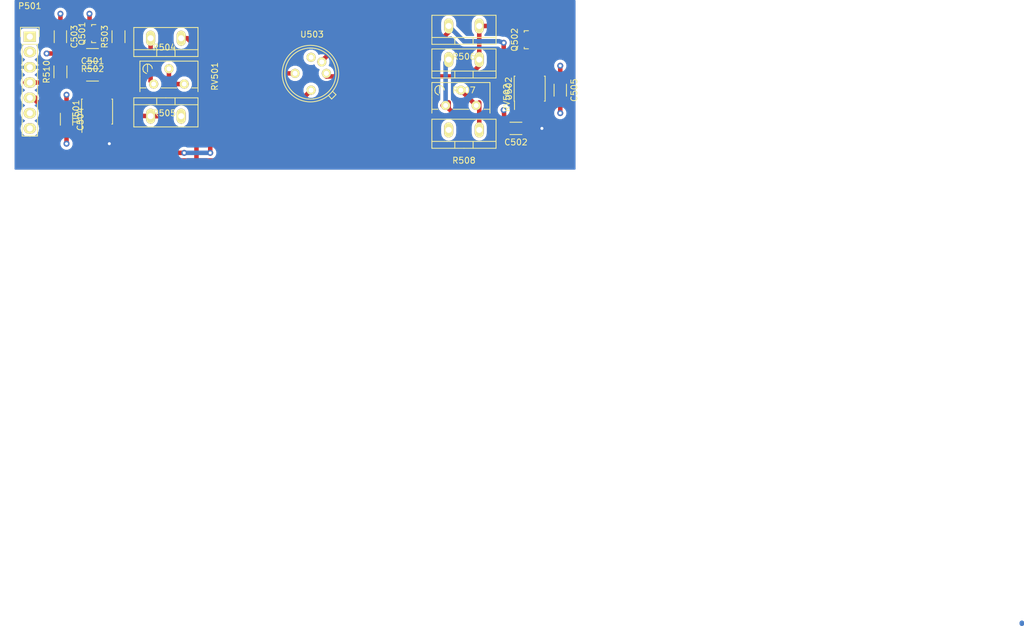
<source format=kicad_pcb>
(kicad_pcb (version 4) (host pcbnew 4.0.4+dfsg1-stable)

  (general
    (links 44)
    (no_connects 0)
    (area 38.608667 29.439 209.413002 133.975002)
    (thickness 1.6)
    (drawings 0)
    (tracks 199)
    (zones 0)
    (modules 21)
    (nets 17)
  )

  (page A4)
  (layers
    (0 F.Cu signal)
    (1 In1.Cu signal hide)
    (2 In2.Cu signal hide)
    (31 B.Cu signal)
    (33 F.Adhes user)
    (35 F.Paste user)
    (37 F.SilkS user)
    (39 F.Mask user)
    (40 Dwgs.User user)
    (41 Cmts.User user)
    (42 Eco1.User user)
    (43 Eco2.User user)
    (44 Edge.Cuts user)
    (45 Margin user)
    (47 F.CrtYd user)
    (49 F.Fab user)
  )

  (setup
    (last_trace_width 0.75)
    (trace_clearance 0.25)
    (zone_clearance 0.508)
    (zone_45_only yes)
    (trace_min 0.2)
    (segment_width 0.2)
    (edge_width 0.1)
    (via_size 1)
    (via_drill 0.5)
    (via_min_size 0.4)
    (via_min_drill 0.3)
    (uvia_size 0.3)
    (uvia_drill 0.1)
    (uvias_allowed no)
    (uvia_min_size 0.2)
    (uvia_min_drill 0.1)
    (pcb_text_width 0.3)
    (pcb_text_size 1.5 1.5)
    (mod_edge_width 0.15)
    (mod_text_size 1 1)
    (mod_text_width 0.15)
    (pad_size 1.5 1.5)
    (pad_drill 0.6)
    (pad_to_mask_clearance 0)
    (aux_axis_origin 0 0)
    (visible_elements FFFFFF7F)
    (pcbplotparams
      (layerselection 0x2bfaa_80000007)
      (usegerberextensions false)
      (excludeedgelayer true)
      (linewidth 0.100000)
      (plotframeref false)
      (viasonmask false)
      (mode 1)
      (useauxorigin false)
      (hpglpennumber 1)
      (hpglpenspeed 20)
      (hpglpendiameter 15)
      (hpglpenoverlay 2)
      (psnegative false)
      (psa4output false)
      (plotreference true)
      (plotvalue true)
      (plotinvisibletext false)
      (padsonsilk false)
      (subtractmaskfromsilk false)
      (outputformat 1)
      (mirror false)
      (drillshape 0)
      (scaleselection 1)
      (outputdirectory ../gerber))
  )

  (net 0 "")
  (net 1 +VE)
  (net 2 -VE)
  (net 3 REF)
  (net 4 "Net-(C501-Pad1)")
  (net 5 "Net-(C501-Pad2)")
  (net 6 "Net-(C502-Pad1)")
  (net 7 0V)
  (net 8 "Net-(R502-Pad1)")
  (net 9 "Net-(R504-Pad2)")
  (net 10 "Net-(R505-Pad1)")
  (net 11 "Net-(Q502-Pad1)")
  (net 12 "Net-(R508-Pad1)")
  (net 13 "Net-(Q501-Pad2)")
  (net 14 H-0V)
  (net 15 "Net-(R503-Pad2)")
  (net 16 "Net-(R506-Pad2)")

  (net_class Default "This is the default net class."
    (clearance 0.25)
    (trace_width 0.75)
    (via_dia 1)
    (via_drill 0.5)
    (uvia_dia 0.3)
    (uvia_drill 0.1)
    (add_net +VE)
    (add_net -VE)
    (add_net 0V)
    (add_net H-0V)
    (add_net "Net-(C501-Pad1)")
    (add_net "Net-(C501-Pad2)")
    (add_net "Net-(C502-Pad1)")
    (add_net "Net-(Q501-Pad2)")
    (add_net "Net-(Q502-Pad1)")
    (add_net "Net-(R502-Pad1)")
    (add_net "Net-(R503-Pad2)")
    (add_net "Net-(R504-Pad2)")
    (add_net "Net-(R505-Pad1)")
    (add_net "Net-(R506-Pad2)")
    (add_net "Net-(R508-Pad1)")
    (add_net REF)
  )

  (net_class power ""
    (clearance 0.5)
    (trace_width 1.5)
    (via_dia 1.5)
    (via_drill 0.75)
    (uvia_dia 0.3)
    (uvia_drill 0.1)
  )

  (module TO_SOT_Packages_SMD:SOT-23 (layer F.Cu) (tedit 553634F8) (tstamp 5881A7E4)
    (at 54.864 35.306 90)
    (descr "SOT-23, Standard")
    (tags SOT-23)
    (path /588183EB/58836CA2)
    (attr smd)
    (fp_text reference Q501 (at 0 -2.25 90) (layer F.SilkS)
      (effects (font (size 1 1) (thickness 0.15)))
    )
    (fp_text value MMBT3904 (at 0 2.3 90) (layer F.Fab)
      (effects (font (size 1 1) (thickness 0.15)))
    )
    (fp_line (start -1.65 -1.6) (end 1.65 -1.6) (layer F.CrtYd) (width 0.05))
    (fp_line (start 1.65 -1.6) (end 1.65 1.6) (layer F.CrtYd) (width 0.05))
    (fp_line (start 1.65 1.6) (end -1.65 1.6) (layer F.CrtYd) (width 0.05))
    (fp_line (start -1.65 1.6) (end -1.65 -1.6) (layer F.CrtYd) (width 0.05))
    (fp_line (start 1.29916 -0.65024) (end 1.2509 -0.65024) (layer F.SilkS) (width 0.15))
    (fp_line (start -1.49982 0.0508) (end -1.49982 -0.65024) (layer F.SilkS) (width 0.15))
    (fp_line (start -1.49982 -0.65024) (end -1.2509 -0.65024) (layer F.SilkS) (width 0.15))
    (fp_line (start 1.29916 -0.65024) (end 1.49982 -0.65024) (layer F.SilkS) (width 0.15))
    (fp_line (start 1.49982 -0.65024) (end 1.49982 0.0508) (layer F.SilkS) (width 0.15))
    (pad 1 smd rect (at -0.95 1.00076 90) (size 0.8001 0.8001) (layers F.Cu F.Paste F.Mask)
      (net 5 "Net-(C501-Pad2)"))
    (pad 2 smd rect (at 0.95 1.00076 90) (size 0.8001 0.8001) (layers F.Cu F.Paste F.Mask)
      (net 13 "Net-(Q501-Pad2)"))
    (pad 3 smd rect (at 0 -0.99822 90) (size 0.8001 0.8001) (layers F.Cu F.Paste F.Mask)
      (net 1 +VE))
    (model TO_SOT_Packages_SMD.3dshapes/SOT-23.wrl
      (at (xyz 0 0 0))
      (scale (xyz 1 1 1))
      (rotate (xyz 0 0 0))
    )
  )

  (module Capacitors_SMD:C_1206 (layer F.Cu) (tedit 5415D7BD) (tstamp 58819BBD)
    (at 54.356 42.164)
    (descr "Capacitor SMD 1206, reflow soldering, AVX (see smccp.pdf)")
    (tags "capacitor 1206")
    (path /588183EB/5881B5FE)
    (attr smd)
    (fp_text reference C501 (at 0 -2.3) (layer F.SilkS)
      (effects (font (size 1 1) (thickness 0.15)))
    )
    (fp_text value 10uF (at 0 2.3) (layer F.Fab)
      (effects (font (size 1 1) (thickness 0.15)))
    )
    (fp_line (start -2.3 -1.15) (end 2.3 -1.15) (layer F.CrtYd) (width 0.05))
    (fp_line (start -2.3 1.15) (end 2.3 1.15) (layer F.CrtYd) (width 0.05))
    (fp_line (start -2.3 -1.15) (end -2.3 1.15) (layer F.CrtYd) (width 0.05))
    (fp_line (start 2.3 -1.15) (end 2.3 1.15) (layer F.CrtYd) (width 0.05))
    (fp_line (start 1 -1.025) (end -1 -1.025) (layer F.SilkS) (width 0.15))
    (fp_line (start -1 1.025) (end 1 1.025) (layer F.SilkS) (width 0.15))
    (pad 1 smd rect (at -1.5 0) (size 1 1.6) (layers F.Cu F.Paste F.Mask)
      (net 4 "Net-(C501-Pad1)"))
    (pad 2 smd rect (at 1.5 0) (size 1 1.6) (layers F.Cu F.Paste F.Mask)
      (net 5 "Net-(C501-Pad2)"))
    (model Capacitors_SMD.3dshapes/C_1206.wrl
      (at (xyz 0 0 0))
      (scale (xyz 1 1 1))
      (rotate (xyz 0 0 0))
    )
  )

  (module Capacitors_SMD:C_1206 (layer F.Cu) (tedit 5415D7BD) (tstamp 58819BC9)
    (at 124.714 51.054 180)
    (descr "Capacitor SMD 1206, reflow soldering, AVX (see smccp.pdf)")
    (tags "capacitor 1206")
    (path /588183EB/58818A1F)
    (attr smd)
    (fp_text reference C502 (at 0 -2.3 180) (layer F.SilkS)
      (effects (font (size 1 1) (thickness 0.15)))
    )
    (fp_text value 10p (at 0 2.3 180) (layer F.Fab)
      (effects (font (size 1 1) (thickness 0.15)))
    )
    (fp_line (start -2.3 -1.15) (end 2.3 -1.15) (layer F.CrtYd) (width 0.05))
    (fp_line (start -2.3 1.15) (end 2.3 1.15) (layer F.CrtYd) (width 0.05))
    (fp_line (start -2.3 -1.15) (end -2.3 1.15) (layer F.CrtYd) (width 0.05))
    (fp_line (start 2.3 -1.15) (end 2.3 1.15) (layer F.CrtYd) (width 0.05))
    (fp_line (start 1 -1.025) (end -1 -1.025) (layer F.SilkS) (width 0.15))
    (fp_line (start -1 1.025) (end 1 1.025) (layer F.SilkS) (width 0.15))
    (pad 1 smd rect (at -1.5 0 180) (size 1 1.6) (layers F.Cu F.Paste F.Mask)
      (net 6 "Net-(C502-Pad1)"))
    (pad 2 smd rect (at 1.5 0 180) (size 1 1.6) (layers F.Cu F.Paste F.Mask)
      (net 7 0V))
    (model Capacitors_SMD.3dshapes/C_1206.wrl
      (at (xyz 0 0 0))
      (scale (xyz 1 1 1))
      (rotate (xyz 0 0 0))
    )
  )

  (module Capacitors_SMD:C_1206 (layer F.Cu) (tedit 5415D7BD) (tstamp 58819BD5)
    (at 49.022 35.814 270)
    (descr "Capacitor SMD 1206, reflow soldering, AVX (see smccp.pdf)")
    (tags "capacitor 1206")
    (path /588183EB/5882E339)
    (attr smd)
    (fp_text reference C503 (at 0 -2.3 270) (layer F.SilkS)
      (effects (font (size 1 1) (thickness 0.15)))
    )
    (fp_text value 10uF (at 0 2.3 270) (layer F.Fab)
      (effects (font (size 1 1) (thickness 0.15)))
    )
    (fp_line (start -2.3 -1.15) (end 2.3 -1.15) (layer F.CrtYd) (width 0.05))
    (fp_line (start -2.3 1.15) (end 2.3 1.15) (layer F.CrtYd) (width 0.05))
    (fp_line (start -2.3 -1.15) (end -2.3 1.15) (layer F.CrtYd) (width 0.05))
    (fp_line (start 2.3 -1.15) (end 2.3 1.15) (layer F.CrtYd) (width 0.05))
    (fp_line (start 1 -1.025) (end -1 -1.025) (layer F.SilkS) (width 0.15))
    (fp_line (start -1 1.025) (end 1 1.025) (layer F.SilkS) (width 0.15))
    (pad 1 smd rect (at -1.5 0 270) (size 1 1.6) (layers F.Cu F.Paste F.Mask)
      (net 1 +VE))
    (pad 2 smd rect (at 1.5 0 270) (size 1 1.6) (layers F.Cu F.Paste F.Mask)
      (net 7 0V))
    (model Capacitors_SMD.3dshapes/C_1206.wrl
      (at (xyz 0 0 0))
      (scale (xyz 1 1 1))
      (rotate (xyz 0 0 0))
    )
  )

  (module Capacitors_SMD:C_1206 (layer F.Cu) (tedit 5415D7BD) (tstamp 58819BE1)
    (at 50.038 49.53 270)
    (descr "Capacitor SMD 1206, reflow soldering, AVX (see smccp.pdf)")
    (tags "capacitor 1206")
    (path /588183EB/5882E3A9)
    (attr smd)
    (fp_text reference C504 (at 0 -2.3 270) (layer F.SilkS)
      (effects (font (size 1 1) (thickness 0.15)))
    )
    (fp_text value 0.1uF (at 0 2.3 270) (layer F.Fab)
      (effects (font (size 1 1) (thickness 0.15)))
    )
    (fp_line (start -2.3 -1.15) (end 2.3 -1.15) (layer F.CrtYd) (width 0.05))
    (fp_line (start -2.3 1.15) (end 2.3 1.15) (layer F.CrtYd) (width 0.05))
    (fp_line (start -2.3 -1.15) (end -2.3 1.15) (layer F.CrtYd) (width 0.05))
    (fp_line (start 2.3 -1.15) (end 2.3 1.15) (layer F.CrtYd) (width 0.05))
    (fp_line (start 1 -1.025) (end -1 -1.025) (layer F.SilkS) (width 0.15))
    (fp_line (start -1 1.025) (end 1 1.025) (layer F.SilkS) (width 0.15))
    (pad 1 smd rect (at -1.5 0 270) (size 1 1.6) (layers F.Cu F.Paste F.Mask)
      (net 1 +VE))
    (pad 2 smd rect (at 1.5 0 270) (size 1 1.6) (layers F.Cu F.Paste F.Mask)
      (net 7 0V))
    (model Capacitors_SMD.3dshapes/C_1206.wrl
      (at (xyz 0 0 0))
      (scale (xyz 1 1 1))
      (rotate (xyz 0 0 0))
    )
  )

  (module Capacitors_SMD:C_1206 (layer F.Cu) (tedit 5415D7BD) (tstamp 58819BED)
    (at 132.08 44.704 270)
    (descr "Capacitor SMD 1206, reflow soldering, AVX (see smccp.pdf)")
    (tags "capacitor 1206")
    (path /588183EB/5882E405)
    (attr smd)
    (fp_text reference C505 (at 0 -2.3 270) (layer F.SilkS)
      (effects (font (size 1 1) (thickness 0.15)))
    )
    (fp_text value 0.1uF (at 0 2.3 270) (layer F.Fab)
      (effects (font (size 1 1) (thickness 0.15)))
    )
    (fp_line (start -2.3 -1.15) (end 2.3 -1.15) (layer F.CrtYd) (width 0.05))
    (fp_line (start -2.3 1.15) (end 2.3 1.15) (layer F.CrtYd) (width 0.05))
    (fp_line (start -2.3 -1.15) (end -2.3 1.15) (layer F.CrtYd) (width 0.05))
    (fp_line (start 2.3 -1.15) (end 2.3 1.15) (layer F.CrtYd) (width 0.05))
    (fp_line (start 1 -1.025) (end -1 -1.025) (layer F.SilkS) (width 0.15))
    (fp_line (start -1 1.025) (end 1 1.025) (layer F.SilkS) (width 0.15))
    (pad 1 smd rect (at -1.5 0 270) (size 1 1.6) (layers F.Cu F.Paste F.Mask)
      (net 1 +VE))
    (pad 2 smd rect (at 1.5 0 270) (size 1 1.6) (layers F.Cu F.Paste F.Mask)
      (net 7 0V))
    (model Capacitors_SMD.3dshapes/C_1206.wrl
      (at (xyz 0 0 0))
      (scale (xyz 1 1 1))
      (rotate (xyz 0 0 0))
    )
  )

  (module Resistors_SMD:R_1206 (layer F.Cu) (tedit 5415CFA7) (tstamp 58819C25)
    (at 54.356 38.862 180)
    (descr "Resistor SMD 1206, reflow soldering, Vishay (see dcrcw.pdf)")
    (tags "resistor 1206")
    (path /588183EB/5881B509)
    (attr smd)
    (fp_text reference R502 (at 0 -2.3 180) (layer F.SilkS)
      (effects (font (size 1 1) (thickness 0.15)))
    )
    (fp_text value 1M (at 0 2.3 180) (layer F.Fab)
      (effects (font (size 1 1) (thickness 0.15)))
    )
    (fp_line (start -2.2 -1.2) (end 2.2 -1.2) (layer F.CrtYd) (width 0.05))
    (fp_line (start -2.2 1.2) (end 2.2 1.2) (layer F.CrtYd) (width 0.05))
    (fp_line (start -2.2 -1.2) (end -2.2 1.2) (layer F.CrtYd) (width 0.05))
    (fp_line (start 2.2 -1.2) (end 2.2 1.2) (layer F.CrtYd) (width 0.05))
    (fp_line (start 1 1.075) (end -1 1.075) (layer F.SilkS) (width 0.15))
    (fp_line (start -1 -1.075) (end 1 -1.075) (layer F.SilkS) (width 0.15))
    (pad 1 smd rect (at -1.45 0 180) (size 0.9 1.7) (layers F.Cu F.Paste F.Mask)
      (net 8 "Net-(R502-Pad1)"))
    (pad 2 smd rect (at 1.45 0 180) (size 0.9 1.7) (layers F.Cu F.Paste F.Mask)
      (net 4 "Net-(C501-Pad1)"))
    (model Resistors_SMD.3dshapes/R_1206.wrl
      (at (xyz 0 0 0))
      (scale (xyz 1 1 1))
      (rotate (xyz 0 0 0))
    )
  )

  (module Resistors_SMD:R_1206 (layer F.Cu) (tedit 5415CFA7) (tstamp 58819C31)
    (at 58.674 35.814 90)
    (descr "Resistor SMD 1206, reflow soldering, Vishay (see dcrcw.pdf)")
    (tags "resistor 1206")
    (path /588183EB/5881B3DC)
    (attr smd)
    (fp_text reference R503 (at 0 -2.3 90) (layer F.SilkS)
      (effects (font (size 1 1) (thickness 0.15)))
    )
    (fp_text value 10k (at 0 2.3 90) (layer F.Fab)
      (effects (font (size 1 1) (thickness 0.15)))
    )
    (fp_line (start -2.2 -1.2) (end 2.2 -1.2) (layer F.CrtYd) (width 0.05))
    (fp_line (start -2.2 1.2) (end 2.2 1.2) (layer F.CrtYd) (width 0.05))
    (fp_line (start -2.2 -1.2) (end -2.2 1.2) (layer F.CrtYd) (width 0.05))
    (fp_line (start 2.2 -1.2) (end 2.2 1.2) (layer F.CrtYd) (width 0.05))
    (fp_line (start 1 1.075) (end -1 1.075) (layer F.SilkS) (width 0.15))
    (fp_line (start -1 -1.075) (end 1 -1.075) (layer F.SilkS) (width 0.15))
    (pad 1 smd rect (at -1.45 0 90) (size 0.9 1.7) (layers F.Cu F.Paste F.Mask)
      (net 8 "Net-(R502-Pad1)"))
    (pad 2 smd rect (at 1.45 0 90) (size 0.9 1.7) (layers F.Cu F.Paste F.Mask)
      (net 15 "Net-(R503-Pad2)"))
    (model Resistors_SMD.3dshapes/R_1206.wrl
      (at (xyz 0 0 0))
      (scale (xyz 1 1 1))
      (rotate (xyz 0 0 0))
    )
  )

  (module Housings_SOIC:SOIC-8_3.9x4.9mm_Pitch1.27mm (layer F.Cu) (tedit 54130A77) (tstamp 58819CB2)
    (at 55.118 48.26 90)
    (descr "8-Lead Plastic Small Outline (SN) - Narrow, 3.90 mm Body [SOIC] (see Microchip Packaging Specification 00000049BS.pdf)")
    (tags "SOIC 1.27")
    (path /588183EB/5881A522)
    (attr smd)
    (fp_text reference U501 (at 0 -3.5 90) (layer F.SilkS)
      (effects (font (size 1 1) (thickness 0.15)))
    )
    (fp_text value LM741 (at 0 3.5 90) (layer F.Fab)
      (effects (font (size 1 1) (thickness 0.15)))
    )
    (fp_circle (center -1.5 -2) (end -1.75 -2) (layer F.Fab) (width 0.15))
    (fp_line (start -1.95 -2.45) (end -1.95 2.45) (layer F.Fab) (width 0.15))
    (fp_line (start 1.95 -2.45) (end -1.95 -2.45) (layer F.Fab) (width 0.15))
    (fp_line (start 1.95 2.45) (end 1.95 -2.45) (layer F.Fab) (width 0.15))
    (fp_line (start -1.95 2.45) (end 1.95 2.45) (layer F.Fab) (width 0.15))
    (fp_line (start -3.75 -2.75) (end -3.75 2.75) (layer F.CrtYd) (width 0.05))
    (fp_line (start 3.75 -2.75) (end 3.75 2.75) (layer F.CrtYd) (width 0.05))
    (fp_line (start -3.75 -2.75) (end 3.75 -2.75) (layer F.CrtYd) (width 0.05))
    (fp_line (start -3.75 2.75) (end 3.75 2.75) (layer F.CrtYd) (width 0.05))
    (fp_line (start -2.075 -2.575) (end -2.075 -2.525) (layer F.SilkS) (width 0.15))
    (fp_line (start 2.075 -2.575) (end 2.075 -2.43) (layer F.SilkS) (width 0.15))
    (fp_line (start 2.075 2.575) (end 2.075 2.43) (layer F.SilkS) (width 0.15))
    (fp_line (start -2.075 2.575) (end -2.075 2.43) (layer F.SilkS) (width 0.15))
    (fp_line (start -2.075 -2.575) (end 2.075 -2.575) (layer F.SilkS) (width 0.15))
    (fp_line (start -2.075 2.575) (end 2.075 2.575) (layer F.SilkS) (width 0.15))
    (fp_line (start -2.075 -2.525) (end -3.475 -2.525) (layer F.SilkS) (width 0.15))
    (pad 1 smd rect (at -2.7 -1.905 90) (size 1.55 0.6) (layers F.Cu F.Paste F.Mask))
    (pad 2 smd rect (at -2.7 -0.635 90) (size 1.55 0.6) (layers F.Cu F.Paste F.Mask)
      (net 8 "Net-(R502-Pad1)"))
    (pad 3 smd rect (at -2.7 0.635 90) (size 1.55 0.6) (layers F.Cu F.Paste F.Mask)
      (net 10 "Net-(R505-Pad1)"))
    (pad 4 smd rect (at -2.7 1.905 90) (size 1.55 0.6) (layers F.Cu F.Paste F.Mask)
      (net 2 -VE))
    (pad 5 smd rect (at 2.7 1.905 90) (size 1.55 0.6) (layers F.Cu F.Paste F.Mask))
    (pad 6 smd rect (at 2.7 0.635 90) (size 1.55 0.6) (layers F.Cu F.Paste F.Mask)
      (net 5 "Net-(C501-Pad2)"))
    (pad 7 smd rect (at 2.7 -0.635 90) (size 1.55 0.6) (layers F.Cu F.Paste F.Mask)
      (net 1 +VE))
    (pad 8 smd rect (at 2.7 -1.905 90) (size 1.55 0.6) (layers F.Cu F.Paste F.Mask))
    (model Housings_SOIC.3dshapes/SOIC-8_3.9x4.9mm_Pitch1.27mm.wrl
      (at (xyz 0 0 0))
      (scale (xyz 1 1 1))
      (rotate (xyz 0 0 0))
    )
  )

  (module Housings_SOIC:SOIC-8_3.9x4.9mm_Pitch1.27mm (layer F.Cu) (tedit 54130A77) (tstamp 58819CCE)
    (at 127 44.45 90)
    (descr "8-Lead Plastic Small Outline (SN) - Narrow, 3.90 mm Body [SOIC] (see Microchip Packaging Specification 00000049BS.pdf)")
    (tags "SOIC 1.27")
    (path /588183EB/588183F4)
    (attr smd)
    (fp_text reference U502 (at 0 -3.5 90) (layer F.SilkS)
      (effects (font (size 1 1) (thickness 0.15)))
    )
    (fp_text value LM741 (at 0 3.5 90) (layer F.Fab)
      (effects (font (size 1 1) (thickness 0.15)))
    )
    (fp_circle (center -1.5 -2) (end -1.75 -2) (layer F.Fab) (width 0.15))
    (fp_line (start -1.95 -2.45) (end -1.95 2.45) (layer F.Fab) (width 0.15))
    (fp_line (start 1.95 -2.45) (end -1.95 -2.45) (layer F.Fab) (width 0.15))
    (fp_line (start 1.95 2.45) (end 1.95 -2.45) (layer F.Fab) (width 0.15))
    (fp_line (start -1.95 2.45) (end 1.95 2.45) (layer F.Fab) (width 0.15))
    (fp_line (start -3.75 -2.75) (end -3.75 2.75) (layer F.CrtYd) (width 0.05))
    (fp_line (start 3.75 -2.75) (end 3.75 2.75) (layer F.CrtYd) (width 0.05))
    (fp_line (start -3.75 -2.75) (end 3.75 -2.75) (layer F.CrtYd) (width 0.05))
    (fp_line (start -3.75 2.75) (end 3.75 2.75) (layer F.CrtYd) (width 0.05))
    (fp_line (start -2.075 -2.575) (end -2.075 -2.525) (layer F.SilkS) (width 0.15))
    (fp_line (start 2.075 -2.575) (end 2.075 -2.43) (layer F.SilkS) (width 0.15))
    (fp_line (start 2.075 2.575) (end 2.075 2.43) (layer F.SilkS) (width 0.15))
    (fp_line (start -2.075 2.575) (end -2.075 2.43) (layer F.SilkS) (width 0.15))
    (fp_line (start -2.075 -2.575) (end 2.075 -2.575) (layer F.SilkS) (width 0.15))
    (fp_line (start -2.075 2.575) (end 2.075 2.575) (layer F.SilkS) (width 0.15))
    (fp_line (start -2.075 -2.525) (end -3.475 -2.525) (layer F.SilkS) (width 0.15))
    (pad 1 smd rect (at -2.7 -1.905 90) (size 1.55 0.6) (layers F.Cu F.Paste F.Mask))
    (pad 2 smd rect (at -2.7 -0.635 90) (size 1.55 0.6) (layers F.Cu F.Paste F.Mask)
      (net 6 "Net-(C502-Pad1)"))
    (pad 3 smd rect (at -2.7 0.635 90) (size 1.55 0.6) (layers F.Cu F.Paste F.Mask)
      (net 16 "Net-(R506-Pad2)"))
    (pad 4 smd rect (at -2.7 1.905 90) (size 1.55 0.6) (layers F.Cu F.Paste F.Mask)
      (net 2 -VE))
    (pad 5 smd rect (at 2.7 1.905 90) (size 1.55 0.6) (layers F.Cu F.Paste F.Mask))
    (pad 6 smd rect (at 2.7 0.635 90) (size 1.55 0.6) (layers F.Cu F.Paste F.Mask)
      (net 11 "Net-(Q502-Pad1)"))
    (pad 7 smd rect (at 2.7 -0.635 90) (size 1.55 0.6) (layers F.Cu F.Paste F.Mask)
      (net 1 +VE))
    (pad 8 smd rect (at 2.7 -1.905 90) (size 1.55 0.6) (layers F.Cu F.Paste F.Mask))
    (model Housings_SOIC.3dshapes/SOIC-8_3.9x4.9mm_Pitch1.27mm.wrl
      (at (xyz 0 0 0))
      (scale (xyz 1 1 1))
      (rotate (xyz 0 0 0))
    )
  )

  (module Pin_Headers:Pin_Header_Straight_1x07 (layer F.Cu) (tedit 0) (tstamp 5881A7D4)
    (at 43.942 35.814)
    (descr "Through hole pin header")
    (tags "pin header")
    (path /588183EB/5883052B)
    (fp_text reference P501 (at 0 -5.1) (layer F.SilkS)
      (effects (font (size 1 1) (thickness 0.15)))
    )
    (fp_text value CONN_01X07 (at 0 -3.1) (layer F.Fab)
      (effects (font (size 1 1) (thickness 0.15)))
    )
    (fp_line (start -1.75 -1.75) (end -1.75 17) (layer F.CrtYd) (width 0.05))
    (fp_line (start 1.75 -1.75) (end 1.75 17) (layer F.CrtYd) (width 0.05))
    (fp_line (start -1.75 -1.75) (end 1.75 -1.75) (layer F.CrtYd) (width 0.05))
    (fp_line (start -1.75 17) (end 1.75 17) (layer F.CrtYd) (width 0.05))
    (fp_line (start 1.27 1.27) (end 1.27 16.51) (layer F.SilkS) (width 0.15))
    (fp_line (start 1.27 16.51) (end -1.27 16.51) (layer F.SilkS) (width 0.15))
    (fp_line (start -1.27 16.51) (end -1.27 1.27) (layer F.SilkS) (width 0.15))
    (fp_line (start 1.55 -1.55) (end 1.55 0) (layer F.SilkS) (width 0.15))
    (fp_line (start 1.27 1.27) (end -1.27 1.27) (layer F.SilkS) (width 0.15))
    (fp_line (start -1.55 0) (end -1.55 -1.55) (layer F.SilkS) (width 0.15))
    (fp_line (start -1.55 -1.55) (end 1.55 -1.55) (layer F.SilkS) (width 0.15))
    (pad 1 thru_hole rect (at 0 0) (size 2.032 1.7272) (drill 1.016) (layers *.Cu *.Mask F.SilkS)
      (net 1 +VE))
    (pad 2 thru_hole oval (at 0 2.54) (size 2.032 1.7272) (drill 1.016) (layers *.Cu *.Mask F.SilkS)
      (net 7 0V))
    (pad 3 thru_hole oval (at 0 5.08) (size 2.032 1.7272) (drill 1.016) (layers *.Cu *.Mask F.SilkS)
      (net 2 -VE))
    (pad 4 thru_hole oval (at 0 7.62) (size 2.032 1.7272) (drill 1.016) (layers *.Cu *.Mask F.SilkS)
      (net 14 H-0V))
    (pad 5 thru_hole oval (at 0 10.16) (size 2.032 1.7272) (drill 1.016) (layers *.Cu *.Mask F.SilkS)
      (net 3 REF))
    (pad 6 thru_hole oval (at 0 12.7) (size 2.032 1.7272) (drill 1.016) (layers *.Cu *.Mask F.SilkS)
      (net 7 0V))
    (pad 7 thru_hole oval (at 0 15.24) (size 2.032 1.7272) (drill 1.016) (layers *.Cu *.Mask F.SilkS)
      (net 7 0V))
    (model Pin_Headers.3dshapes/Pin_Header_Straight_1x07.wrl
      (at (xyz 0 -0.3 0))
      (scale (xyz 1 1 1))
      (rotate (xyz 0 0 90))
    )
  )

  (module TO_SOT_Packages_SMD:SOT-23 (layer F.Cu) (tedit 553634F8) (tstamp 5881A7F4)
    (at 126.746 36.322 90)
    (descr "SOT-23, Standard")
    (tags SOT-23)
    (path /588183EB/58835E41)
    (attr smd)
    (fp_text reference Q502 (at 0 -2.25 90) (layer F.SilkS)
      (effects (font (size 1 1) (thickness 0.15)))
    )
    (fp_text value MMBT3904 (at 0 2.3 90) (layer F.Fab)
      (effects (font (size 1 1) (thickness 0.15)))
    )
    (fp_line (start -1.65 -1.6) (end 1.65 -1.6) (layer F.CrtYd) (width 0.05))
    (fp_line (start 1.65 -1.6) (end 1.65 1.6) (layer F.CrtYd) (width 0.05))
    (fp_line (start 1.65 1.6) (end -1.65 1.6) (layer F.CrtYd) (width 0.05))
    (fp_line (start -1.65 1.6) (end -1.65 -1.6) (layer F.CrtYd) (width 0.05))
    (fp_line (start 1.29916 -0.65024) (end 1.2509 -0.65024) (layer F.SilkS) (width 0.15))
    (fp_line (start -1.49982 0.0508) (end -1.49982 -0.65024) (layer F.SilkS) (width 0.15))
    (fp_line (start -1.49982 -0.65024) (end -1.2509 -0.65024) (layer F.SilkS) (width 0.15))
    (fp_line (start 1.29916 -0.65024) (end 1.49982 -0.65024) (layer F.SilkS) (width 0.15))
    (fp_line (start 1.49982 -0.65024) (end 1.49982 0.0508) (layer F.SilkS) (width 0.15))
    (pad 1 smd rect (at -0.95 1.00076 90) (size 0.8001 0.8001) (layers F.Cu F.Paste F.Mask)
      (net 11 "Net-(Q502-Pad1)"))
    (pad 2 smd rect (at 0.95 1.00076 90) (size 0.8001 0.8001) (layers F.Cu F.Paste F.Mask)
      (net 3 REF))
    (pad 3 smd rect (at 0 -0.99822 90) (size 0.8001 0.8001) (layers F.Cu F.Paste F.Mask)
      (net 1 +VE))
    (model TO_SOT_Packages_SMD.3dshapes/SOT-23.wrl
      (at (xyz 0 0 0))
      (scale (xyz 1 1 1))
      (rotate (xyz 0 0 0))
    )
  )

  (module Potentiometers:Potentiometer_Bourns_3296Y_3-8Zoll_Angular_ScrewUp (layer F.Cu) (tedit 5881C6B3) (tstamp 5881AE88)
    (at 64.516 43.688 270)
    (descr "3296, 3/8, Square, Trimpot, Trimming, Potentiometer, Bourns")
    (tags "3296, 3/8, Square, Trimpot, Trimming, Potentiometer, Bourns")
    (path /588183EB/58819ACE)
    (fp_text reference RV501 (at -1.27 -10.16 270) (layer F.SilkS)
      (effects (font (size 1 1) (thickness 0.15)))
    )
    (fp_text value 1k (at -1.778 3.556 270) (layer F.Fab)
      (effects (font (size 1 1) (thickness 0.15)))
    )
    (fp_line (start 0.635 1.27) (end 0.635 2.286) (layer F.SilkS) (width 0.15))
    (fp_line (start 0.635 -3.81) (end 0.635 -1.27) (layer F.SilkS) (width 0.15))
    (fp_line (start 0.635 -7.366) (end 0.635 -6.35) (layer F.SilkS) (width 0.15))
    (fp_line (start -3.302 1.016) (end -2.032 1.016) (layer F.SilkS) (width 0.15))
    (fp_line (start -2.5527 0.2286) (end -2.8067 0.2667) (layer F.SilkS) (width 0.15))
    (fp_line (start -2.8067 0.2667) (end -3.0861 0.4445) (layer F.SilkS) (width 0.15))
    (fp_line (start -3.0861 0.4445) (end -3.302 0.762) (layer F.SilkS) (width 0.15))
    (fp_line (start -3.302 0.762) (end -3.3147 1.2065) (layer F.SilkS) (width 0.15))
    (fp_line (start -3.3147 1.2065) (end -3.1115 1.5621) (layer F.SilkS) (width 0.15))
    (fp_line (start -3.1115 1.5621) (end -2.8194 1.7399) (layer F.SilkS) (width 0.15))
    (fp_line (start -2.8194 1.7399) (end -2.5019 1.7907) (layer F.SilkS) (width 0.15))
    (fp_line (start -2.5019 1.7907) (end -2.0955 1.6891) (layer F.SilkS) (width 0.15))
    (fp_line (start -2.0955 1.6891) (end -1.8415 1.3462) (layer F.SilkS) (width 0.15))
    (fp_line (start -1.8415 1.3462) (end -1.7526 1.1684) (layer F.SilkS) (width 0.15))
    (fp_line (start -2.54 2.286) (end -3.81 2.286) (layer F.SilkS) (width 0.15))
    (fp_line (start -3.81 2.286) (end -3.81 -7.366) (layer F.SilkS) (width 0.15))
    (fp_line (start -3.81 -7.366) (end 1.27 -7.366) (layer F.SilkS) (width 0.15))
    (fp_line (start 1.27 2.286) (end -1.27 2.286) (layer F.SilkS) (width 0.15))
    (fp_line (start -1.27 2.286) (end -2.54 2.286) (layer F.SilkS) (width 0.15))
    (pad 2 thru_hole circle (at -2.54 -2.54 270) (size 1.524 1.524) (drill 0.8128) (layers *.Cu *.Mask F.SilkS)
      (net 10 "Net-(R505-Pad1)"))
    (pad 3 thru_hole circle (at 0 -5.08 270) (size 1.524 1.524) (drill 0.8128) (layers *.Cu *.Mask F.SilkS)
      (net 10 "Net-(R505-Pad1)"))
    (pad 1 thru_hole circle (at 0 0 270) (size 1.524 1.524) (drill 0.8128) (layers *.Cu *.Mask F.SilkS)
      (net 9 "Net-(R504-Pad2)"))
    (model Potentiometers.3dshapes/Potentiometer_Bourns_3296Y_3-8Zoll_Angular_ScrewUp.wrl
      (at (xyz 0 0 0))
      (scale (xyz 1 1 1))
      (rotate (xyz 0 0 0))
    )
  )

  (module Resistors_ThroughHole:Resistor_TO-220_Vertical (layer F.Cu) (tedit 5881BCFA) (tstamp 5881C482)
    (at 66.548 36.068 180)
    (descr "Resistor, TO-220, Vertical,")
    (tags "Resistor, TO-220, Vertical,")
    (path /588183EB/58819A67)
    (fp_text reference R504 (at 0.254 -1.524 180) (layer F.SilkS)
      (effects (font (size 1 1) (thickness 0.15)))
    )
    (fp_text value 1k (at 0 1.016 180) (layer F.Fab)
      (effects (font (size 1 1) (thickness 0.15)))
    )
    (fp_line (start -1.524 -3.048) (end -1.524 -1.905) (layer F.SilkS) (width 0.15))
    (fp_line (start 1.524 -3.048) (end 1.524 -1.905) (layer F.SilkS) (width 0.15))
    (fp_line (start 5.334 -1.905) (end 5.334 1.778) (layer F.SilkS) (width 0.15))
    (fp_line (start 5.334 1.778) (end -5.334 1.778) (layer F.SilkS) (width 0.15))
    (fp_line (start -5.334 1.778) (end -5.334 -1.905) (layer F.SilkS) (width 0.15))
    (fp_line (start 5.334 -3.048) (end 5.334 -1.905) (layer F.SilkS) (width 0.15))
    (fp_line (start 5.334 -1.905) (end -5.334 -1.905) (layer F.SilkS) (width 0.15))
    (fp_line (start -5.334 -1.905) (end -5.334 -3.048) (layer F.SilkS) (width 0.15))
    (fp_line (start 0 -3.048) (end -5.334 -3.048) (layer F.SilkS) (width 0.15))
    (fp_line (start 0 -3.048) (end 5.334 -3.048) (layer F.SilkS) (width 0.15))
    (pad 1 thru_hole oval (at -2.54 0 270) (size 2.49936 1.50114) (drill 1.00076) (layers *.Cu *.Mask F.SilkS)
      (net 3 REF))
    (pad 2 thru_hole oval (at 2.54 0 270) (size 2.49936 1.50114) (drill 1.00076) (layers *.Cu *.Mask F.SilkS)
      (net 9 "Net-(R504-Pad2)"))
  )

  (module Resistors_ThroughHole:Resistor_TO-220_Vertical (layer F.Cu) (tedit 5881BD08) (tstamp 5881C491)
    (at 66.548 49.022)
    (descr "Resistor, TO-220, Vertical,")
    (tags "Resistor, TO-220, Vertical,")
    (path /588183EB/58819B03)
    (fp_text reference R505 (at -0.254 -0.508) (layer F.SilkS)
      (effects (font (size 1 1) (thickness 0.15)))
    )
    (fp_text value 10k (at 0 -2.286) (layer F.Fab)
      (effects (font (size 1 1) (thickness 0.15)))
    )
    (fp_line (start -1.524 -3.048) (end -1.524 -1.905) (layer F.SilkS) (width 0.15))
    (fp_line (start 1.524 -3.048) (end 1.524 -1.905) (layer F.SilkS) (width 0.15))
    (fp_line (start 5.334 -1.905) (end 5.334 1.778) (layer F.SilkS) (width 0.15))
    (fp_line (start 5.334 1.778) (end -5.334 1.778) (layer F.SilkS) (width 0.15))
    (fp_line (start -5.334 1.778) (end -5.334 -1.905) (layer F.SilkS) (width 0.15))
    (fp_line (start 5.334 -3.048) (end 5.334 -1.905) (layer F.SilkS) (width 0.15))
    (fp_line (start 5.334 -1.905) (end -5.334 -1.905) (layer F.SilkS) (width 0.15))
    (fp_line (start -5.334 -1.905) (end -5.334 -3.048) (layer F.SilkS) (width 0.15))
    (fp_line (start 0 -3.048) (end -5.334 -3.048) (layer F.SilkS) (width 0.15))
    (fp_line (start 0 -3.048) (end 5.334 -3.048) (layer F.SilkS) (width 0.15))
    (pad 1 thru_hole oval (at -2.54 0 90) (size 2.49936 1.50114) (drill 1.00076) (layers *.Cu *.Mask F.SilkS)
      (net 10 "Net-(R505-Pad1)"))
    (pad 2 thru_hole oval (at 2.54 0 90) (size 2.49936 1.50114) (drill 1.00076) (layers *.Cu *.Mask F.SilkS)
      (net 7 0V))
  )

  (module Resistors_ThroughHole:Resistor_TO-220_Vertical (layer F.Cu) (tedit 5881BCA2) (tstamp 5881C4A0)
    (at 116.078 34.036 180)
    (descr "Resistor, TO-220, Vertical,")
    (tags "Resistor, TO-220, Vertical,")
    (path /588183EB/5881872C)
    (fp_text reference R506 (at 0 -5.08 180) (layer F.SilkS)
      (effects (font (size 1 1) (thickness 0.15)))
    )
    (fp_text value 120 (at 0 0.508 180) (layer F.Fab)
      (effects (font (size 1 1) (thickness 0.15)))
    )
    (fp_line (start -1.524 -3.048) (end -1.524 -1.905) (layer F.SilkS) (width 0.15))
    (fp_line (start 1.524 -3.048) (end 1.524 -1.905) (layer F.SilkS) (width 0.15))
    (fp_line (start 5.334 -1.905) (end 5.334 1.778) (layer F.SilkS) (width 0.15))
    (fp_line (start 5.334 1.778) (end -5.334 1.778) (layer F.SilkS) (width 0.15))
    (fp_line (start -5.334 1.778) (end -5.334 -1.905) (layer F.SilkS) (width 0.15))
    (fp_line (start 5.334 -3.048) (end 5.334 -1.905) (layer F.SilkS) (width 0.15))
    (fp_line (start 5.334 -1.905) (end -5.334 -1.905) (layer F.SilkS) (width 0.15))
    (fp_line (start -5.334 -1.905) (end -5.334 -3.048) (layer F.SilkS) (width 0.15))
    (fp_line (start 0 -3.048) (end -5.334 -3.048) (layer F.SilkS) (width 0.15))
    (fp_line (start 0 -3.048) (end 5.334 -3.048) (layer F.SilkS) (width 0.15))
    (pad 1 thru_hole oval (at -2.54 0 270) (size 2.49936 1.50114) (drill 1.00076) (layers *.Cu *.Mask F.SilkS)
      (net 3 REF))
    (pad 2 thru_hole oval (at 2.54 0 270) (size 2.49936 1.50114) (drill 1.00076) (layers *.Cu *.Mask F.SilkS)
      (net 16 "Net-(R506-Pad2)"))
  )

  (module Resistors_ThroughHole:Resistor_TO-220_Vertical (layer F.Cu) (tedit 5881BCB0) (tstamp 5881C4AF)
    (at 116.078 39.624 180)
    (descr "Resistor, TO-220, Vertical,")
    (tags "Resistor, TO-220, Vertical,")
    (path /588183EB/588184DE)
    (fp_text reference R507 (at 0 -5.08 180) (layer F.SilkS)
      (effects (font (size 1 1) (thickness 0.15)))
    )
    (fp_text value 5.1k (at 0 1.778 180) (layer F.Fab)
      (effects (font (size 1 1) (thickness 0.15)))
    )
    (fp_line (start -1.524 -3.048) (end -1.524 -1.905) (layer F.SilkS) (width 0.15))
    (fp_line (start 1.524 -3.048) (end 1.524 -1.905) (layer F.SilkS) (width 0.15))
    (fp_line (start 5.334 -1.905) (end 5.334 1.778) (layer F.SilkS) (width 0.15))
    (fp_line (start 5.334 1.778) (end -5.334 1.778) (layer F.SilkS) (width 0.15))
    (fp_line (start -5.334 1.778) (end -5.334 -1.905) (layer F.SilkS) (width 0.15))
    (fp_line (start 5.334 -3.048) (end 5.334 -1.905) (layer F.SilkS) (width 0.15))
    (fp_line (start 5.334 -1.905) (end -5.334 -1.905) (layer F.SilkS) (width 0.15))
    (fp_line (start -5.334 -1.905) (end -5.334 -3.048) (layer F.SilkS) (width 0.15))
    (fp_line (start 0 -3.048) (end -5.334 -3.048) (layer F.SilkS) (width 0.15))
    (fp_line (start 0 -3.048) (end 5.334 -3.048) (layer F.SilkS) (width 0.15))
    (pad 1 thru_hole oval (at -2.54 0 270) (size 2.49936 1.50114) (drill 1.00076) (layers *.Cu *.Mask F.SilkS)
      (net 3 REF))
    (pad 2 thru_hole oval (at 2.54 0 270) (size 2.49936 1.50114) (drill 1.00076) (layers *.Cu *.Mask F.SilkS)
      (net 6 "Net-(C502-Pad1)"))
  )

  (module Resistors_ThroughHole:Resistor_TO-220_Vertical (layer F.Cu) (tedit 5881BCBB) (tstamp 5881C4BE)
    (at 116.078 51.308 180)
    (descr "Resistor, TO-220, Vertical,")
    (tags "Resistor, TO-220, Vertical,")
    (path /588183EB/5881849D)
    (fp_text reference R508 (at 0 -5.08 180) (layer F.SilkS)
      (effects (font (size 1 1) (thickness 0.15)))
    )
    (fp_text value 10k (at 0 6.604 180) (layer F.Fab)
      (effects (font (size 1 1) (thickness 0.15)))
    )
    (fp_line (start -1.524 -3.048) (end -1.524 -1.905) (layer F.SilkS) (width 0.15))
    (fp_line (start 1.524 -3.048) (end 1.524 -1.905) (layer F.SilkS) (width 0.15))
    (fp_line (start 5.334 -1.905) (end 5.334 1.778) (layer F.SilkS) (width 0.15))
    (fp_line (start 5.334 1.778) (end -5.334 1.778) (layer F.SilkS) (width 0.15))
    (fp_line (start -5.334 1.778) (end -5.334 -1.905) (layer F.SilkS) (width 0.15))
    (fp_line (start 5.334 -3.048) (end 5.334 -1.905) (layer F.SilkS) (width 0.15))
    (fp_line (start 5.334 -1.905) (end -5.334 -1.905) (layer F.SilkS) (width 0.15))
    (fp_line (start -5.334 -1.905) (end -5.334 -3.048) (layer F.SilkS) (width 0.15))
    (fp_line (start 0 -3.048) (end -5.334 -3.048) (layer F.SilkS) (width 0.15))
    (fp_line (start 0 -3.048) (end 5.334 -3.048) (layer F.SilkS) (width 0.15))
    (pad 1 thru_hole oval (at -2.54 0 270) (size 2.49936 1.50114) (drill 1.00076) (layers *.Cu *.Mask F.SilkS)
      (net 12 "Net-(R508-Pad1)"))
    (pad 2 thru_hole oval (at 2.54 0 270) (size 2.49936 1.50114) (drill 1.00076) (layers *.Cu *.Mask F.SilkS)
      (net 7 0V))
  )

  (module Resistors_SMD:R_1206 (layer F.Cu) (tedit 5415CFA7) (tstamp 5881CF0C)
    (at 49.022 41.656 90)
    (descr "Resistor SMD 1206, reflow soldering, Vishay (see dcrcw.pdf)")
    (tags "resistor 1206")
    (path /588183EB/5883C0FE)
    (attr smd)
    (fp_text reference R510 (at 0 -2.3 90) (layer F.SilkS)
      (effects (font (size 1 1) (thickness 0.15)))
    )
    (fp_text value R (at 0 2.3 90) (layer F.Fab)
      (effects (font (size 1 1) (thickness 0.15)))
    )
    (fp_line (start -2.2 -1.2) (end 2.2 -1.2) (layer F.CrtYd) (width 0.05))
    (fp_line (start -2.2 1.2) (end 2.2 1.2) (layer F.CrtYd) (width 0.05))
    (fp_line (start -2.2 -1.2) (end -2.2 1.2) (layer F.CrtYd) (width 0.05))
    (fp_line (start 2.2 -1.2) (end 2.2 1.2) (layer F.CrtYd) (width 0.05))
    (fp_line (start 1 1.075) (end -1 1.075) (layer F.SilkS) (width 0.15))
    (fp_line (start -1 -1.075) (end 1 -1.075) (layer F.SilkS) (width 0.15))
    (pad 1 smd rect (at -1.45 0 90) (size 0.9 1.7) (layers F.Cu F.Paste F.Mask)
      (net 14 H-0V))
    (pad 2 smd rect (at 1.45 0 90) (size 0.9 1.7) (layers F.Cu F.Paste F.Mask)
      (net 7 0V))
    (model Resistors_SMD.3dshapes/R_1206.wrl
      (at (xyz 0 0 0))
      (scale (xyz 1 1 1))
      (rotate (xyz 0 0 0))
    )
  )

  (module Potentiometers:Potentiometer_Bourns_3296Y_3-8Zoll_Angular_ScrewUp (layer F.Cu) (tedit 54130BC5) (tstamp 588297A0)
    (at 113.03 47.244 270)
    (descr "3296, 3/8, Square, Trimpot, Trimming, Potentiometer, Bourns")
    (tags "3296, 3/8, Square, Trimpot, Trimming, Potentiometer, Bourns")
    (path /588183EB/588334E0)
    (fp_text reference RV502 (at -1.27 -10.16 270) (layer F.SilkS)
      (effects (font (size 1 1) (thickness 0.15)))
    )
    (fp_text value 1k (at 0 5.08 270) (layer F.Fab)
      (effects (font (size 1 1) (thickness 0.15)))
    )
    (fp_line (start 0.635 1.27) (end 0.635 2.286) (layer F.SilkS) (width 0.15))
    (fp_line (start 0.635 -3.81) (end 0.635 -1.27) (layer F.SilkS) (width 0.15))
    (fp_line (start 0.635 -7.366) (end 0.635 -6.35) (layer F.SilkS) (width 0.15))
    (fp_line (start -3.302 1.016) (end -2.032 1.016) (layer F.SilkS) (width 0.15))
    (fp_line (start -2.5527 0.2286) (end -2.8067 0.2667) (layer F.SilkS) (width 0.15))
    (fp_line (start -2.8067 0.2667) (end -3.0861 0.4445) (layer F.SilkS) (width 0.15))
    (fp_line (start -3.0861 0.4445) (end -3.302 0.762) (layer F.SilkS) (width 0.15))
    (fp_line (start -3.302 0.762) (end -3.3147 1.2065) (layer F.SilkS) (width 0.15))
    (fp_line (start -3.3147 1.2065) (end -3.1115 1.5621) (layer F.SilkS) (width 0.15))
    (fp_line (start -3.1115 1.5621) (end -2.8194 1.7399) (layer F.SilkS) (width 0.15))
    (fp_line (start -2.8194 1.7399) (end -2.5019 1.7907) (layer F.SilkS) (width 0.15))
    (fp_line (start -2.5019 1.7907) (end -2.0955 1.6891) (layer F.SilkS) (width 0.15))
    (fp_line (start -2.0955 1.6891) (end -1.8415 1.3462) (layer F.SilkS) (width 0.15))
    (fp_line (start -1.8415 1.3462) (end -1.7526 1.1684) (layer F.SilkS) (width 0.15))
    (fp_line (start -2.54 2.286) (end -3.81 2.286) (layer F.SilkS) (width 0.15))
    (fp_line (start -3.81 2.286) (end -3.81 -7.366) (layer F.SilkS) (width 0.15))
    (fp_line (start -3.81 -7.366) (end 1.27 -7.366) (layer F.SilkS) (width 0.15))
    (fp_line (start 1.27 2.286) (end -1.27 2.286) (layer F.SilkS) (width 0.15))
    (fp_line (start -1.27 2.286) (end -2.54 2.286) (layer F.SilkS) (width 0.15))
    (pad 2 thru_hole circle (at -2.54 -2.54 270) (size 1.524 1.524) (drill 0.8128) (layers *.Cu *.Mask F.SilkS)
      (net 12 "Net-(R508-Pad1)"))
    (pad 3 thru_hole circle (at 0 -5.08 270) (size 1.524 1.524) (drill 0.8128) (layers *.Cu *.Mask F.SilkS)
      (net 12 "Net-(R508-Pad1)"))
    (pad 1 thru_hole circle (at 0 0 270) (size 1.524 1.524) (drill 0.8128) (layers *.Cu *.Mask F.SilkS)
      (net 6 "Net-(C502-Pad1)"))
    (model Potentiometers.3dshapes/Potentiometer_Bourns_3296Y_3-8Zoll_Angular_ScrewUp.wrl
      (at (xyz 0 0 0))
      (scale (xyz 1 1 1))
      (rotate (xyz 0 0 0))
    )
  )

  (module footprint:TO-5_Housing_2DW232_5Pin (layer F.Cu) (tedit 58828273) (tstamp 588297A9)
    (at 90.678 41.91)
    (descr "TO-78, 8 Pin,")
    (tags "TO-78, 8 Pin,")
    (path /588183EB/5882A469)
    (fp_text reference U503 (at 0.15 -6.475) (layer F.SilkS)
      (effects (font (size 1 1) (thickness 0.15)))
    )
    (fp_text value 2DW232 (at -0.8 7.475) (layer F.Fab)
      (effects (font (size 1 1) (thickness 0.15)))
    )
    (fp_line (start 3.7625 3.9125) (end 3.4125 4.2625) (layer F.SilkS) (width 0.15))
    (fp_line (start 3.4125 4.2625) (end 2.9125 3.6875) (layer F.SilkS) (width 0.15))
    (fp_line (start 3.7625 3.9125) (end 4.1375 3.5375) (layer F.SilkS) (width 0.15))
    (fp_line (start 4.1375 3.5375) (end 3.5875 3.0125) (layer F.SilkS) (width 0.15))
    (fp_circle (center -0.1125 0.0375) (end -0.1125 -4.2125) (layer F.SilkS) (width 0.15))
    (fp_circle (center -0.1125 0.0375) (end -0.1125 -4.6625) (layer F.SilkS) (width 0.15))
    (pad 3 thru_hole circle (at -2.667 0 90) (size 1.524 1.524) (drill 0.85) (layers *.Cu *.Mask F.SilkS)
      (net 15 "Net-(R503-Pad2)"))
    (pad 5 thru_hole circle (at 0 2.794 90) (size 1.524 1.524) (drill 0.85) (layers *.Cu *.Mask F.SilkS)
      (net 14 H-0V))
    (pad 1 thru_hole circle (at 2.54 0 90) (size 1.524 1.524) (drill 0.85) (layers *.Cu *.Mask F.SilkS)
      (net 16 "Net-(R506-Pad2)"))
    (pad 2 thru_hole circle (at 0 -2.667 90) (size 1.524 1.524) (drill 0.85) (layers *.Cu *.Mask F.SilkS)
      (net 7 0V))
    (pad 4 thru_hole circle (at 1.778 -1.905 90) (size 1.524 1.524) (drill 0.85) (layers *.Cu *.Mask F.SilkS)
      (net 13 "Net-(Q501-Pad2)"))
    (model TO_SOT_Packages_THT.3dshapes/TO-78_Housing_8Pin.wrl
      (at (xyz 0 0 0))
      (scale (xyz 0.3937 0.3937 0.3937))
      (rotate (xyz 0 0 0))
    )
  )

  (segment (start 208.788 133.35) (end 208.788 133.223) (width 0.75) (layer B.Cu) (net 0) (tstamp 580ADD4B))
  (segment (start 208.788 133.223) (end 208.788 133.35) (width 0.75) (layer B.Cu) (net 0) (tstamp 580ADD4C))
  (segment (start 208.788 133.35) (end 208.788 133.223) (width 0.75) (layer B.Cu) (net 0) (tstamp 580ADD4E))
  (segment (start 126.365 40.132) (end 126.365 36.93922) (width 0.75) (layer F.Cu) (net 1))
  (segment (start 126.365 36.93922) (end 125.74778 36.322) (width 0.75) (layer F.Cu) (net 1) (tstamp 5882B549) (status 800000))
  (segment (start 53.086 48.03) (end 53.316 48.03) (width 0.75) (layer F.Cu) (net 1))
  (segment (start 54.102 47.244) (end 53.848 47.498) (width 0.75) (layer F.Cu) (net 1) (tstamp 5882B38A))
  (segment (start 54.483 46.863) (end 54.102 47.244) (width 0.75) (layer F.Cu) (net 1) (tstamp 5881C8DF))
  (segment (start 54.483 46.863) (end 54.483 45.56) (width 0.75) (layer F.Cu) (net 1) (status 10))
  (segment (start 53.316 48.03) (end 53.848 47.498) (width 0.75) (layer F.Cu) (net 1) (tstamp 5882B399))
  (segment (start 50.038 48.03) (end 53.086 48.03) (width 0.75) (layer F.Cu) (net 1) (status 400000))
  (segment (start 53.086 48.03) (end 53.11 48.03) (width 0.75) (layer F.Cu) (net 1) (tstamp 5882B397))
  (segment (start 126.365 41.75) (end 126.365 40.132) (width 0.75) (layer F.Cu) (net 1) (status 10))
  (segment (start 126.365 40.132) (end 126.365 39.751) (width 0.75) (layer F.Cu) (net 1) (tstamp 5882B547) (status 10))
  (segment (start 132.08 43.204) (end 132.08 40.64) (width 0.75) (layer F.Cu) (net 1) (status 400010))
  (via (at 132.08 40.64) (size 1) (drill 0.5) (layers F.Cu B.Cu) (net 1))
  (segment (start 53.86578 35.306) (end 53.86578 32.02178) (width 0.75) (layer F.Cu) (net 1) (status 10))
  (via (at 53.848 32.004) (size 1) (drill 0.5) (layers F.Cu B.Cu) (net 1))
  (segment (start 53.86578 32.02178) (end 53.848 32.004) (width 0.75) (layer F.Cu) (net 1) (tstamp 5881C996))
  (segment (start 49.022 34.314) (end 49.022 32.004) (width 0.75) (layer F.Cu) (net 1) (status 10))
  (via (at 49.022 32.004) (size 1) (drill 0.5) (layers F.Cu B.Cu) (net 1))
  (segment (start 50.038 48.03) (end 50.038 45.466) (width 0.75) (layer F.Cu) (net 1) (status 10))
  (via (at 50.038 45.466) (size 1) (drill 0.5) (layers F.Cu B.Cu) (net 1))
  (segment (start 50.038 48.03) (end 49.554 48.03) (width 0.75) (layer F.Cu) (net 1) (status 30))
  (segment (start 131.596 43.688) (end 127 43.688) (width 0.75) (layer F.Cu) (net 1) (status 10))
  (segment (start 126.365 43.053) (end 127 43.688) (width 0.75) (layer F.Cu) (net 1) (tstamp 5881B6F7))
  (segment (start 126.365 43.053) (end 126.365 41.75) (width 0.75) (layer F.Cu) (net 1) (status 20))
  (segment (start 131.596 43.688) (end 132.08 43.204) (width 0.75) (layer F.Cu) (net 1) (tstamp 5881C6FF) (status 30))
  (segment (start 49.022 34.06) (end 49.554 34.314) (width 0.75) (layer F.Cu) (net 1) (status 30))
  (segment (start 131.596 43.688) (end 132.08 43.204) (width 0.75) (layer F.Cu) (net 1) (tstamp 5881B6F9) (status 30))
  (segment (start 50.038 48.03) (end 50.316 48.03) (width 0.75) (layer F.Cu) (net 1) (status 30))
  (segment (start 128.905 47.15) (end 128.905 50.927) (width 0.75) (layer F.Cu) (net 2) (status 10))
  (via (at 129.032 51.054) (size 1) (drill 0.5) (layers F.Cu B.Cu) (net 2))
  (segment (start 128.905 50.927) (end 129.032 51.054) (width 0.75) (layer F.Cu) (net 2) (tstamp 5881D00F))
  (segment (start 57.023 50.96) (end 57.023 53.467) (width 0.75) (layer F.Cu) (net 2) (status 10))
  (via (at 57.15 53.594) (size 1) (drill 0.5) (layers F.Cu B.Cu) (net 2))
  (segment (start 57.023 53.467) (end 57.15 53.594) (width 0.75) (layer F.Cu) (net 2) (tstamp 5881CFE4))
  (segment (start 118.618 34.036) (end 126.492 34.036) (width 0.75) (layer F.Cu) (net 3) (status 400000))
  (segment (start 104.902 56.388) (end 107.188 56.388) (width 0.75) (layer F.Cu) (net 3))
  (segment (start 108.458 55.118) (end 108.458 52.578) (width 0.75) (layer F.Cu) (net 3) (tstamp 5882B28B))
  (segment (start 107.188 56.388) (end 108.458 55.118) (width 0.75) (layer F.Cu) (net 3) (tstamp 5882B288))
  (segment (start 118.618 34.036) (end 118.618 39.624) (width 0.75) (layer F.Cu) (net 3))
  (segment (start 127.74676 35.372) (end 127.23876 34.78276) (width 0.75) (layer F.Cu) (net 3) (status 10))
  (segment (start 127.23876 34.78276) (end 126.492 34.036) (width 0.75) (layer F.Cu) (net 3) (tstamp 58829899))
  (segment (start 112.776 42.418) (end 110.49 42.418) (width 0.75) (layer F.Cu) (net 3))
  (segment (start 108.458 48.768) (end 108.458 52.578) (width 0.75) (layer F.Cu) (net 3) (tstamp 5882AEE4))
  (segment (start 116.84 42.418) (end 112.776 42.418) (width 0.75) (layer F.Cu) (net 3) (tstamp 5882AFE4))
  (segment (start 109.728 43.18) (end 108.458 44.45) (width 0.75) (layer F.Cu) (net 3) (tstamp 5882B010))
  (segment (start 108.458 44.45) (end 108.458 48.768) (width 0.75) (layer F.Cu) (net 3) (tstamp 5882AFEB))
  (segment (start 118.618 40.64) (end 116.84 42.418) (width 0.75) (layer F.Cu) (net 3) (tstamp 5882AFDE))
  (segment (start 110.49 42.418) (end 109.728 43.18) (width 0.75) (layer F.Cu) (net 3) (tstamp 5882B00D))
  (segment (start 118.618 39.624) (end 118.618 40.64) (width 0.75) (layer F.Cu) (net 3))
  (segment (start 104.902 56.388) (end 71.628 56.388) (width 0.75) (layer F.Cu) (net 3) (tstamp 5882ACE0))
  (segment (start 69.088 36.068) (end 70.104 36.068) (width 0.75) (layer F.Cu) (net 3) (status 10))
  (segment (start 70.104 36.068) (end 71.628 37.592) (width 0.75) (layer F.Cu) (net 3) (tstamp 5882AD7B))
  (segment (start 71.628 37.592) (end 71.628 56.388) (width 0.75) (layer F.Cu) (net 3))
  (segment (start 46.228 54.356) (end 48.26 56.388) (width 0.75) (layer F.Cu) (net 3))
  (segment (start 46.228 47.752) (end 46.228 54.356) (width 0.75) (layer F.Cu) (net 3) (tstamp 58829E2D))
  (segment (start 44.45 45.974) (end 46.228 47.752) (width 0.75) (layer F.Cu) (net 3) (tstamp 58829E2B) (status 10))
  (segment (start 48.26 56.388) (end 71.628 56.388) (width 0.75) (layer F.Cu) (net 3) (tstamp 5882ACB8))
  (segment (start 70.104 36.068) (end 71.628 37.592) (width 0.75) (layer F.Cu) (net 3) (tstamp 5882AC26))
  (segment (start 43.942 45.974) (end 44.45 45.974) (width 0.75) (layer F.Cu) (net 3) (status 30))
  (segment (start 118.618 34.036) (end 118.618 33.528) (width 0.75) (layer F.Cu) (net 3) (status 30))
  (segment (start 69.088 36.068) (end 69.088 36.576) (width 0.75) (layer F.Cu) (net 3) (status 30))
  (segment (start 43.942 45.974) (end 44.958 45.974) (width 0.75) (layer F.Cu) (net 3) (status 30))
  (segment (start 69.088 36.068) (end 69.342 36.068) (width 0.75) (layer F.Cu) (net 3) (status 30))
  (segment (start 43.688 46.228) (end 43.942 45.974) (width 0.75) (layer F.Cu) (net 3) (tstamp 5881DB8D) (status 30))
  (segment (start 69.088 36.068) (end 69.088 36.322) (width 0.75) (layer F.Cu) (net 3) (status 30))
  (segment (start 43.942 45.974) (end 43.434 45.974) (width 0.75) (layer F.Cu) (net 3) (status 30))
  (segment (start 127.74676 35.372) (end 127.74676 35.29076) (width 0.75) (layer F.Cu) (net 3) (status 30))
  (segment (start 52.906 38.862) (end 52.906 42.114) (width 0.75) (layer F.Cu) (net 4) (status 30))
  (segment (start 52.906 42.114) (end 52.856 42.164) (width 0.75) (layer F.Cu) (net 4) (tstamp 5881B8C2) (status 30))
  (segment (start 52.906 38.862) (end 52.832 38.862) (width 0.75) (layer F.Cu) (net 4) (status 30))
  (segment (start 52.856 41.426) (end 52.856 42.164) (width 0.75) (layer F.Cu) (net 4) (tstamp 5881B680) (status 30))
  (segment (start 55.856 42.164) (end 55.856 42.14) (width 0.75) (layer F.Cu) (net 5) (status 30))
  (segment (start 55.856 42.14) (end 54.356 40.64) (width 0.75) (layer F.Cu) (net 5) (tstamp 5881C8CF) (status 10))
  (segment (start 55.753 45.56) (end 55.753 42.267) (width 0.75) (layer F.Cu) (net 5) (status 30))
  (segment (start 55.753 42.267) (end 55.856 42.164) (width 0.75) (layer F.Cu) (net 5) (tstamp 5881C8CC) (status 30))
  (segment (start 54.356 37.846) (end 55.86476 36.33724) (width 0.75) (layer F.Cu) (net 5) (tstamp 5881C792) (status 20))
  (segment (start 54.356 37.846) (end 54.356 40.64) (width 0.75) (layer F.Cu) (net 5) (tstamp 5881C793))
  (segment (start 55.86476 36.256) (end 55.86476 36.33724) (width 0.75) (layer F.Cu) (net 5) (status 30))
  (segment (start 55.753 44.831) (end 55.753 45.56) (width 0.75) (layer F.Cu) (net 5) (tstamp 5881C795) (status 30))
  (segment (start 113.03 47.244) (end 113.03 40.132) (width 0.75) (layer B.Cu) (net 6))
  (segment (start 113.03 40.132) (end 113.538 39.624) (width 0.75) (layer B.Cu) (net 6) (tstamp 5882B156))
  (segment (start 112.522 47.244) (end 113.03 47.244) (width 0.75) (layer F.Cu) (net 6) (tstamp 5882B03B))
  (segment (start 113.538 46.736) (end 113.03 47.244) (width 0.75) (layer F.Cu) (net 6) (tstamp 588297E0) (status 30))
  (segment (start 117.348 53.594) (end 124.968 53.594) (width 0.75) (layer F.Cu) (net 6))
  (segment (start 116.078 50.292) (end 116.078 52.324) (width 0.75) (layer F.Cu) (net 6) (tstamp 5881CAE1))
  (segment (start 116.078 52.324) (end 117.348 53.594) (width 0.75) (layer F.Cu) (net 6) (tstamp 5881CAE2))
  (segment (start 113.538 47.752) (end 116.078 50.292) (width 0.75) (layer F.Cu) (net 6) (tstamp 5881CAE0) (status 10))
  (segment (start 125.984 52.578) (end 125.984 51.284) (width 0.75) (layer F.Cu) (net 6) (tstamp 5881D027) (status 20))
  (segment (start 124.968 53.594) (end 125.984 52.578) (width 0.75) (layer F.Cu) (net 6) (tstamp 5881D026))
  (segment (start 125.984 51.284) (end 126.214 51.054) (width 0.75) (layer F.Cu) (net 6) (tstamp 5881D028) (status 30))
  (segment (start 126.365 47.15) (end 126.365 50.903) (width 0.75) (layer F.Cu) (net 6) (status 30))
  (segment (start 126.365 50.903) (end 126.214 51.054) (width 0.75) (layer F.Cu) (net 6) (tstamp 5881D015) (status 30))
  (segment (start 113.538 46.736) (end 113.538 47.752) (width 0.75) (layer F.Cu) (net 6) (status 30))
  (segment (start 49.022 38.608) (end 46.736 38.608) (width 0.75) (layer F.Cu) (net 7))
  (via (at 46.736 38.608) (size 1) (drill 0.5) (layers F.Cu B.Cu) (net 7))
  (segment (start 50.038 51.03) (end 50.038 53.594) (width 0.75) (layer F.Cu) (net 7) (status 400000))
  (via (at 50.038 53.594) (size 1) (drill 0.5) (layers F.Cu B.Cu) (net 7))
  (segment (start 49.022 37.314) (end 49.022 38.608) (width 0.75) (layer F.Cu) (net 7) (status 400000))
  (segment (start 49.022 38.608) (end 49.022 40.206) (width 0.75) (layer F.Cu) (net 7) (tstamp 5882B4E2) (status 800000))
  (segment (start 122.936 50.776) (end 122.682 48.006) (width 0.75) (layer F.Cu) (net 7) (status 10))
  (via (at 122.682 48.006) (size 1) (drill 0.5) (layers F.Cu B.Cu) (net 7))
  (segment (start 122.936 50.776) (end 123.214 51.054) (width 0.75) (layer F.Cu) (net 7) (tstamp 5881DC06) (status 30))
  (segment (start 48.768 39.952) (end 49.022 40.206) (width 0.75) (layer F.Cu) (net 7) (tstamp 5881DBC7) (status 30))
  (segment (start 132.08 46.204) (end 132.08 48.514) (width 0.75) (layer F.Cu) (net 7) (status 400010))
  (via (at 132.08 48.514) (size 1) (drill 0.5) (layers F.Cu B.Cu) (net 7))
  (segment (start 123.063 51.205) (end 123.214 51.054) (width 0.75) (layer F.Cu) (net 7) (tstamp 5881B695) (status 30))
  (segment (start 43.942 38.354) (end 43.434 38.354) (width 0.75) (layer F.Cu) (net 7) (status 30))
  (segment (start 49.022 37.314) (end 48.744 37.314) (width 0.75) (layer F.Cu) (net 7) (status 30))
  (segment (start 55.806 38.862) (end 58.674 38.862) (width 0.75) (layer F.Cu) (net 8) (status 10))
  (segment (start 58.674 37.264) (end 58.674 38.862) (width 0.75) (layer F.Cu) (net 8) (status 10))
  (segment (start 58.674 38.862) (end 58.674 46.736) (width 0.75) (layer F.Cu) (net 8) (tstamp 5881C78F))
  (segment (start 54.61 49.53) (end 54.356 50.833) (width 0.75) (layer F.Cu) (net 8) (tstamp 5881C6E8) (status 20))
  (segment (start 56.642 47.498) (end 54.61 49.53) (width 0.75) (layer F.Cu) (net 8) (tstamp 5881C6E5))
  (segment (start 57.912 47.498) (end 56.642 47.498) (width 0.75) (layer F.Cu) (net 8) (tstamp 5881C6E4))
  (segment (start 58.674 46.736) (end 57.912 47.498) (width 0.75) (layer F.Cu) (net 8) (tstamp 5881C6E3))
  (segment (start 54.356 50.833) (end 54.483 50.96) (width 0.75) (layer F.Cu) (net 8) (tstamp 5881C6E9) (status 30))
  (segment (start 58.674 37.264) (end 58.346 37.264) (width 0.75) (layer F.Cu) (net 8) (status 30))
  (segment (start 64.008 36.068) (end 64.008 43.18) (width 0.75) (layer F.Cu) (net 9) (status 30))
  (segment (start 64.008 43.18) (end 64.516 43.688) (width 0.75) (layer F.Cu) (net 9) (tstamp 5881C6D0) (status 30))
  (segment (start 69.596 43.688) (end 67.31 43.688) (width 0.75) (layer F.Cu) (net 10) (status 10))
  (segment (start 67.31 43.688) (end 67.056 43.434) (width 0.75) (layer F.Cu) (net 10) (tstamp 5881E504))
  (segment (start 64.008 49.022) (end 66.294 49.022) (width 0.75) (layer F.Cu) (net 10) (status 10))
  (segment (start 67.056 48.26) (end 67.056 43.434) (width 0.75) (layer F.Cu) (net 10) (tstamp 5881E4F6))
  (segment (start 66.294 49.022) (end 67.056 48.26) (width 0.75) (layer F.Cu) (net 10) (tstamp 5881E4F5))
  (segment (start 57.15 48.768) (end 64.008 49.022) (width 0.75) (layer F.Cu) (net 10) (status 20))
  (segment (start 67.056 41.148) (end 67.056 43.434) (width 0.75) (layer F.Cu) (net 10) (status 10))
  (segment (start 55.753 50.96) (end 56.007 49.911) (width 0.75) (layer F.Cu) (net 10) (status 10))
  (segment (start 56.007 49.911) (end 57.15 48.768) (width 0.75) (layer F.Cu) (net 10) (tstamp 5881B807))
  (segment (start 127.74676 38.62324) (end 127.74676 37.272) (width 0.75) (layer F.Cu) (net 11) (status 20))
  (segment (start 127.74676 37.272) (end 127.635 37.38376) (width 0.75) (layer F.Cu) (net 11) (tstamp 5882AAB2) (status 30))
  (segment (start 127.635 37.38376) (end 127.635 41.75) (width 0.75) (layer F.Cu) (net 11) (tstamp 5882AAB3) (status 30))
  (segment (start 127.74676 38.62324) (end 127.635 38.735) (width 0.75) (layer F.Cu) (net 11) (tstamp 5882AAAC))
  (segment (start 127.635 38.735) (end 127.635 41.75) (width 0.75) (layer F.Cu) (net 11) (tstamp 5881C71D) (status 20))
  (segment (start 115.57 44.704) (end 118.11 47.244) (width 0.75) (layer F.Cu) (net 12) (status 30))
  (segment (start 118.618 51.308) (end 118.618 46.736) (width 0.75) (layer F.Cu) (net 12) (status 30))
  (segment (start 55.86476 34.356) (end 55.86476 33.28924) (width 0.75) (layer F.Cu) (net 13) (status 400000))
  (segment (start 57.15 32.004) (end 58.42 32.004) (width 0.75) (layer F.Cu) (net 13) (tstamp 5882B508))
  (segment (start 55.86476 33.28924) (end 57.15 32.004) (width 0.75) (layer F.Cu) (net 13) (tstamp 5882B505))
  (segment (start 70.612 31.970924) (end 80.484924 31.970924) (width 0.75) (layer F.Cu) (net 13))
  (segment (start 58.42 32.004) (end 70.612 31.970924) (width 0.75) (layer F.Cu) (net 13) (tstamp 5881CAD8))
  (segment (start 80.484924 31.970924) (end 80.518 32.004) (width 0.75) (layer F.Cu) (net 13) (tstamp 5882A744))
  (segment (start 92.456 32.004) (end 93.726 33.274) (width 0.75) (layer F.Cu) (net 13) (tstamp 58829D09))
  (segment (start 93.726 38.608) (end 92.456 39.878) (width 0.75) (layer F.Cu) (net 13) (tstamp 58829CEA) (status 20))
  (segment (start 93.726 38.608) (end 93.726 33.274) (width 0.75) (layer F.Cu) (net 13) (tstamp 58829CEC))
  (segment (start 92.456 32.004) (end 80.518 32.004) (width 0.75) (layer F.Cu) (net 13) (tstamp 58829BBE))
  (segment (start 92.456 40.005) (end 92.456 39.878) (width 0.75) (layer F.Cu) (net 13) (status 30))
  (segment (start 92.456 40.005) (end 92.075 40.005) (width 0.75) (layer F.Cu) (net 13) (status 30))
  (segment (start 92.456 40.005) (end 92.329 40.005) (width 0.75) (layer F.Cu) (net 13) (status 30))
  (segment (start 55.86476 34.356) (end 55.86476 34.30524) (width 0.75) (layer F.Cu) (net 13) (status 30))
  (segment (start 73.914 55.118) (end 73.914 48.006) (width 0.75) (layer F.Cu) (net 14))
  (segment (start 76.2 45.72) (end 89.662 45.72) (width 0.75) (layer F.Cu) (net 14) (tstamp 5882AD39))
  (segment (start 73.914 48.006) (end 76.2 45.72) (width 0.75) (layer F.Cu) (net 14) (tstamp 5882AD36))
  (segment (start 47.498 43.434) (end 47.498 53.848) (width 0.75) (layer F.Cu) (net 14))
  (via (at 73.914 55.118) (size 1) (drill 0.5) (layers F.Cu B.Cu) (net 14))
  (segment (start 69.596 55.118) (end 73.914 55.118) (width 0.75) (layer B.Cu) (net 14) (tstamp 5882AC96))
  (via (at 69.596 55.118) (size 1) (drill 0.5) (layers F.Cu B.Cu) (net 14))
  (segment (start 48.768 55.118) (end 69.596 55.118) (width 0.75) (layer F.Cu) (net 14) (tstamp 5882AC86))
  (segment (start 47.498 53.848) (end 48.768 55.118) (width 0.75) (layer F.Cu) (net 14) (tstamp 5882AC81))
  (segment (start 90.678 44.704) (end 89.662 45.72) (width 0.75) (layer F.Cu) (net 14) (status 10))
  (segment (start 47.498 43.434) (end 48.694 43.434) (width 0.75) (layer F.Cu) (net 14) (tstamp 58829E1E) (status 20))
  (segment (start 43.942 43.434) (end 47.498 43.434) (width 0.75) (layer F.Cu) (net 14) (status 10))
  (segment (start 48.694 43.434) (end 49.022 43.106) (width 0.75) (layer F.Cu) (net 14) (tstamp 5881E1F1) (status 30))
  (segment (start 44.196 43.688) (end 43.688 43.688) (width 0.75) (layer F.Cu) (net 14) (tstamp 5881E089) (status 30))
  (segment (start 43.688 43.688) (end 43.942 43.434) (width 0.75) (layer F.Cu) (net 14) (tstamp 5881E091) (status 30))
  (segment (start 48.694 43.434) (end 49.022 43.106) (width 0.75) (layer F.Cu) (net 14) (tstamp 5881E076) (status 30))
  (segment (start 48.768 43.434) (end 49.022 43.18) (width 0.75) (layer F.Cu) (net 14) (tstamp 5881DBAD) (status 30))
  (segment (start 49.022 43.18) (end 49.022 43.106) (width 0.75) (layer F.Cu) (net 14) (tstamp 5881DBAF) (status 30))
  (segment (start 44.27 43.106) (end 43.942 43.434) (width 0.75) (layer F.Cu) (net 14) (tstamp 5881D03F) (status 30))
  (segment (start 43.688 43.688) (end 43.942 43.434) (width 0.75) (layer F.Cu) (net 14) (tstamp 5881D03B) (status 30))
  (segment (start 43.18 43.434) (end 43.942 43.434) (width 0.75) (layer F.Cu) (net 14) (tstamp 5881D033) (status 30))
  (segment (start 49.022 43.106) (end 48.588 43.106) (width 0.75) (layer F.Cu) (net 14) (status 30))
  (segment (start 61.214 33.528) (end 59.182 33.528) (width 0.75) (layer F.Cu) (net 15))
  (segment (start 59.182 33.528) (end 58.674 34.036) (width 0.75) (layer F.Cu) (net 15) (tstamp 5882B514) (status 800000))
  (segment (start 58.674 34.036) (end 58.674 34.364) (width 0.75) (layer F.Cu) (net 15) (tstamp 5882B515) (status C00000))
  (segment (start 72.39 33.528) (end 74.168 35.306) (width 0.75) (layer F.Cu) (net 15))
  (segment (start 88.011 41.91) (end 76.2 41.91) (width 0.75) (layer F.Cu) (net 15) (status 10))
  (segment (start 74.168 39.878) (end 74.168 35.306) (width 0.75) (layer F.Cu) (net 15) (tstamp 5882AD4F))
  (segment (start 76.2 41.91) (end 74.168 39.878) (width 0.75) (layer F.Cu) (net 15) (tstamp 5882AD4A))
  (segment (start 72.39 33.528) (end 61.214 33.528) (width 0.75) (layer F.Cu) (net 15) (tstamp 5882AD5E))
  (segment (start 61.214 33.528) (end 60.452 33.528) (width 0.75) (layer F.Cu) (net 15) (tstamp 5882B512))
  (segment (start 116.078 36.576) (end 113.538 34.036) (width 0.75) (layer B.Cu) (net 16) (status 800000))
  (segment (start 113.538 34.036) (end 113.538 35.052) (width 0.75) (layer F.Cu) (net 16) (status C00000))
  (segment (start 113.538 35.052) (end 106.172 42.418) (width 0.75) (layer F.Cu) (net 16) (tstamp 5882B402) (status 400000))
  (segment (start 113.538 34.036) (end 113.538 34.29) (width 0.75) (layer F.Cu) (net 16) (status C00000))
  (segment (start 122.682 43.18) (end 122.682 36.83) (width 0.75) (layer F.Cu) (net 16))
  (segment (start 127.635 46.101) (end 126.492 44.958) (width 0.75) (layer F.Cu) (net 16) (tstamp 5882B100))
  (segment (start 126.492 44.958) (end 124.46 44.958) (width 0.75) (layer F.Cu) (net 16) (tstamp 5882B103))
  (segment (start 124.46 44.958) (end 122.682 43.18) (width 0.75) (layer F.Cu) (net 16) (tstamp 5882B105))
  (segment (start 127.635 47.15) (end 127.635 46.101) (width 0.75) (layer F.Cu) (net 16))
  (segment (start 121.92 36.576) (end 116.078 36.576) (width 0.75) (layer B.Cu) (net 16) (tstamp 5882B2DE))
  (segment (start 122.682 36.83) (end 121.92 36.576) (width 0.75) (layer B.Cu) (net 16) (tstamp 5882B2DD))
  (via (at 122.682 36.83) (size 1) (drill 0.5) (layers F.Cu B.Cu) (net 16))
  (segment (start 106.172 42.418) (end 93.218 42.418) (width 0.75) (layer F.Cu) (net 16) (tstamp 5882B409) (status 20))
  (segment (start 93.218 42.418) (end 93.218 41.91) (width 0.75) (layer F.Cu) (net 16) (tstamp 5882ADEE) (status 30))
  (segment (start 93.472 42.164) (end 93.218 42.418) (width 0.75) (layer F.Cu) (net 16) (tstamp 58829AEA) (status 30))
  (segment (start 113.538 34.036) (end 113.792 34.036) (width 0.75) (layer F.Cu) (net 16) (status 30))

  (zone (net 7) (net_name 0V) (layer In1.Cu) (tstamp 5881C930) (hatch edge 0.508)
    (connect_pads (clearance 0.508))
    (min_thickness 0.254)
    (fill yes (arc_segments 16) (thermal_gap 0.508) (thermal_bridge_width 0.508))
    (polygon
      (pts
        (xy 134.62 57.912) (xy 41.402 57.912) (xy 41.402 29.718) (xy 134.62 29.718)
      )
    )
    (filled_polygon
      (pts
        (xy 134.493 57.785) (xy 41.529 57.785) (xy 41.529 55.342775) (xy 68.460803 55.342775) (xy 68.633233 55.760086)
        (xy 68.952235 56.079645) (xy 69.369244 56.252803) (xy 69.820775 56.253197) (xy 70.238086 56.080767) (xy 70.557645 55.761765)
        (xy 70.730803 55.344756) (xy 70.730804 55.342775) (xy 72.778803 55.342775) (xy 72.951233 55.760086) (xy 73.270235 56.079645)
        (xy 73.687244 56.252803) (xy 74.138775 56.253197) (xy 74.556086 56.080767) (xy 74.875645 55.761765) (xy 75.048803 55.344756)
        (xy 75.049197 54.893225) (xy 74.876767 54.475914) (xy 74.557765 54.156355) (xy 74.140756 53.983197) (xy 73.689225 53.982803)
        (xy 73.271914 54.155233) (xy 72.952355 54.474235) (xy 72.779197 54.891244) (xy 72.778803 55.342775) (xy 70.730804 55.342775)
        (xy 70.731197 54.893225) (xy 70.558767 54.475914) (xy 70.239765 54.156355) (xy 69.822756 53.983197) (xy 69.371225 53.982803)
        (xy 68.953914 54.155233) (xy 68.634355 54.474235) (xy 68.461197 54.891244) (xy 68.460803 55.342775) (xy 41.529 55.342775)
        (xy 41.529 53.818775) (xy 56.014803 53.818775) (xy 56.187233 54.236086) (xy 56.506235 54.555645) (xy 56.923244 54.728803)
        (xy 57.374775 54.729197) (xy 57.792086 54.556767) (xy 58.111645 54.237765) (xy 58.284803 53.820756) (xy 58.285197 53.369225)
        (xy 58.112767 52.951914) (xy 57.793765 52.632355) (xy 57.376756 52.459197) (xy 56.925225 52.458803) (xy 56.507914 52.631233)
        (xy 56.188355 52.950235) (xy 56.015197 53.367244) (xy 56.014803 53.818775) (xy 41.529 53.818775) (xy 41.529 51.413026)
        (xy 42.334642 51.413026) (xy 42.337291 51.428791) (xy 42.591268 51.956036) (xy 43.02768 52.345954) (xy 43.580087 52.539184)
        (xy 43.815 52.394924) (xy 43.815 51.181) (xy 44.069 51.181) (xy 44.069 52.394924) (xy 44.303913 52.539184)
        (xy 44.85632 52.345954) (xy 45.292732 51.956036) (xy 45.543718 51.435) (xy 112.15243 51.435) (xy 112.15243 51.93411)
        (xy 112.306501 52.454677) (xy 112.648056 52.876658) (xy 113.125097 53.13581) (xy 113.196725 53.149993) (xy 113.411 53.027339)
        (xy 113.411 51.435) (xy 113.665 51.435) (xy 113.665 53.027339) (xy 113.879275 53.149993) (xy 113.950903 53.13581)
        (xy 114.427944 52.876658) (xy 114.769499 52.454677) (xy 114.92357 51.93411) (xy 114.92357 51.435) (xy 113.665 51.435)
        (xy 113.411 51.435) (xy 112.15243 51.435) (xy 45.543718 51.435) (xy 45.546709 51.428791) (xy 45.549358 51.413026)
        (xy 45.428217 51.181) (xy 44.069 51.181) (xy 43.815 51.181) (xy 42.455783 51.181) (xy 42.334642 51.413026)
        (xy 41.529 51.413026) (xy 41.529 48.873026) (xy 42.334642 48.873026) (xy 42.337291 48.888791) (xy 42.591268 49.416036)
        (xy 43.003108 49.784) (xy 42.591268 50.151964) (xy 42.337291 50.679209) (xy 42.334642 50.694974) (xy 42.455783 50.927)
        (xy 43.815 50.927) (xy 43.815 48.641) (xy 44.069 48.641) (xy 44.069 50.927) (xy 45.428217 50.927)
        (xy 45.549358 50.694974) (xy 45.546709 50.679209) (xy 45.292732 50.151964) (xy 44.880892 49.784) (xy 45.292732 49.416036)
        (xy 45.546709 48.888791) (xy 45.549358 48.873026) (xy 45.428217 48.641) (xy 44.069 48.641) (xy 43.815 48.641)
        (xy 42.455783 48.641) (xy 42.334642 48.873026) (xy 41.529 48.873026) (xy 41.529 48.485967) (xy 62.62243 48.485967)
        (xy 62.62243 49.558033) (xy 62.7279 50.088268) (xy 63.028254 50.537779) (xy 63.477765 50.838133) (xy 64.008 50.943603)
        (xy 64.538235 50.838133) (xy 64.987746 50.537779) (xy 65.2881 50.088268) (xy 65.39357 49.558033) (xy 65.39357 49.149)
        (xy 67.70243 49.149) (xy 67.70243 49.64811) (xy 67.856501 50.168677) (xy 68.198056 50.590658) (xy 68.675097 50.84981)
        (xy 68.746725 50.863993) (xy 68.961 50.741339) (xy 68.961 49.149) (xy 69.215 49.149) (xy 69.215 50.741339)
        (xy 69.429275 50.863993) (xy 69.500903 50.84981) (xy 69.810006 50.68189) (xy 112.15243 50.68189) (xy 112.15243 51.181)
        (xy 113.411 51.181) (xy 113.411 49.588661) (xy 113.665 49.588661) (xy 113.665 51.181) (xy 114.92357 51.181)
        (xy 114.92357 50.771967) (xy 117.23243 50.771967) (xy 117.23243 51.844033) (xy 117.3379 52.374268) (xy 117.638254 52.823779)
        (xy 118.087765 53.124133) (xy 118.618 53.229603) (xy 119.148235 53.124133) (xy 119.597746 52.823779) (xy 119.8981 52.374268)
        (xy 120.00357 51.844033) (xy 120.00357 51.278775) (xy 127.896803 51.278775) (xy 128.069233 51.696086) (xy 128.388235 52.015645)
        (xy 128.805244 52.188803) (xy 129.256775 52.189197) (xy 129.674086 52.016767) (xy 129.993645 51.697765) (xy 130.166803 51.280756)
        (xy 130.167197 50.829225) (xy 129.994767 50.411914) (xy 129.675765 50.092355) (xy 129.258756 49.919197) (xy 128.807225 49.918803)
        (xy 128.389914 50.091233) (xy 128.070355 50.410235) (xy 127.897197 50.827244) (xy 127.896803 51.278775) (xy 120.00357 51.278775)
        (xy 120.00357 50.771967) (xy 119.8981 50.241732) (xy 119.597746 49.792221) (xy 119.148235 49.491867) (xy 118.618 49.386397)
        (xy 118.087765 49.491867) (xy 117.638254 49.792221) (xy 117.3379 50.241732) (xy 117.23243 50.771967) (xy 114.92357 50.771967)
        (xy 114.92357 50.68189) (xy 114.769499 50.161323) (xy 114.427944 49.739342) (xy 113.950903 49.48019) (xy 113.879275 49.466007)
        (xy 113.665 49.588661) (xy 113.411 49.588661) (xy 113.196725 49.466007) (xy 113.125097 49.48019) (xy 112.648056 49.739342)
        (xy 112.306501 50.161323) (xy 112.15243 50.68189) (xy 69.810006 50.68189) (xy 69.977944 50.590658) (xy 70.319499 50.168677)
        (xy 70.47357 49.64811) (xy 70.47357 49.149) (xy 69.215 49.149) (xy 68.961 49.149) (xy 67.70243 49.149)
        (xy 65.39357 49.149) (xy 65.39357 48.485967) (xy 65.375653 48.39589) (xy 67.70243 48.39589) (xy 67.70243 48.895)
        (xy 68.961 48.895) (xy 68.961 47.302661) (xy 69.215 47.302661) (xy 69.215 48.895) (xy 70.47357 48.895)
        (xy 70.47357 48.39589) (xy 70.319499 47.875323) (xy 70.032433 47.520661) (xy 111.632758 47.520661) (xy 111.84499 48.034303)
        (xy 112.23763 48.427629) (xy 112.7509 48.640757) (xy 113.306661 48.641242) (xy 113.820303 48.42901) (xy 114.213629 48.03637)
        (xy 114.426757 47.5231) (xy 114.426759 47.520661) (xy 116.712758 47.520661) (xy 116.92499 48.034303) (xy 117.31763 48.427629)
        (xy 117.8309 48.640757) (xy 118.386661 48.641242) (xy 118.900303 48.42901) (xy 119.293629 48.03637) (xy 119.506757 47.5231)
        (xy 119.507242 46.967339) (xy 119.29501 46.453697) (xy 118.90237 46.060371) (xy 118.3891 45.847243) (xy 117.833339 45.846758)
        (xy 117.319697 46.05899) (xy 116.926371 46.45163) (xy 116.713243 46.9649) (xy 116.712758 47.520661) (xy 114.426759 47.520661)
        (xy 114.427242 46.967339) (xy 114.21501 46.453697) (xy 113.82237 46.060371) (xy 113.3091 45.847243) (xy 112.753339 45.846758)
        (xy 112.239697 46.05899) (xy 111.846371 46.45163) (xy 111.633243 46.9649) (xy 111.632758 47.520661) (xy 70.032433 47.520661)
        (xy 69.977944 47.453342) (xy 69.500903 47.19419) (xy 69.429275 47.180007) (xy 69.215 47.302661) (xy 68.961 47.302661)
        (xy 68.746725 47.180007) (xy 68.675097 47.19419) (xy 68.198056 47.453342) (xy 67.856501 47.875323) (xy 67.70243 48.39589)
        (xy 65.375653 48.39589) (xy 65.2881 47.955732) (xy 64.987746 47.506221) (xy 64.538235 47.205867) (xy 64.008 47.100397)
        (xy 63.477765 47.205867) (xy 63.028254 47.506221) (xy 62.7279 47.955732) (xy 62.62243 48.485967) (xy 41.529 48.485967)
        (xy 41.529 40.894) (xy 42.258655 40.894) (xy 42.372729 41.467489) (xy 42.697585 41.95367) (xy 43.012366 42.164)
        (xy 42.697585 42.37433) (xy 42.372729 42.860511) (xy 42.258655 43.434) (xy 42.372729 44.007489) (xy 42.697585 44.49367)
        (xy 43.012366 44.704) (xy 42.697585 44.91433) (xy 42.372729 45.400511) (xy 42.258655 45.974) (xy 42.372729 46.547489)
        (xy 42.697585 47.03367) (xy 43.007069 47.240461) (xy 42.591268 47.611964) (xy 42.337291 48.139209) (xy 42.334642 48.154974)
        (xy 42.455783 48.387) (xy 43.815 48.387) (xy 43.815 48.367) (xy 44.069 48.367) (xy 44.069 48.387)
        (xy 45.428217 48.387) (xy 45.549358 48.154974) (xy 45.546709 48.139209) (xy 45.292732 47.611964) (xy 44.876931 47.240461)
        (xy 45.186415 47.03367) (xy 45.511271 46.547489) (xy 45.625345 45.974) (xy 45.569009 45.690775) (xy 48.902803 45.690775)
        (xy 49.075233 46.108086) (xy 49.394235 46.427645) (xy 49.811244 46.600803) (xy 50.262775 46.601197) (xy 50.680086 46.428767)
        (xy 50.999645 46.109765) (xy 51.172803 45.692756) (xy 51.173197 45.241225) (xy 51.000767 44.823914) (xy 50.681765 44.504355)
        (xy 50.264756 44.331197) (xy 49.813225 44.330803) (xy 49.395914 44.503233) (xy 49.076355 44.822235) (xy 48.903197 45.239244)
        (xy 48.902803 45.690775) (xy 45.569009 45.690775) (xy 45.511271 45.400511) (xy 45.186415 44.91433) (xy 44.871634 44.704)
        (xy 45.186415 44.49367) (xy 45.511271 44.007489) (xy 45.51979 43.964661) (xy 63.118758 43.964661) (xy 63.33099 44.478303)
        (xy 63.72363 44.871629) (xy 64.2369 45.084757) (xy 64.792661 45.085242) (xy 65.306303 44.87301) (xy 65.699629 44.48037)
        (xy 65.912757 43.9671) (xy 65.912759 43.964661) (xy 68.198758 43.964661) (xy 68.41099 44.478303) (xy 68.80363 44.871629)
        (xy 69.3169 45.084757) (xy 69.872661 45.085242) (xy 70.125767 44.980661) (xy 89.280758 44.980661) (xy 89.49299 45.494303)
        (xy 89.88563 45.887629) (xy 90.3989 46.100757) (xy 90.954661 46.101242) (xy 91.468303 45.88901) (xy 91.861629 45.49637)
        (xy 92.074757 44.9831) (xy 92.074759 44.980661) (xy 114.172758 44.980661) (xy 114.38499 45.494303) (xy 114.77763 45.887629)
        (xy 115.2909 46.100757) (xy 115.846661 46.101242) (xy 116.360303 45.88901) (xy 116.753629 45.49637) (xy 116.966757 44.9831)
        (xy 116.967242 44.427339) (xy 116.75501 43.913697) (xy 116.36237 43.520371) (xy 115.8491 43.307243) (xy 115.293339 43.306758)
        (xy 114.779697 43.51899) (xy 114.386371 43.91163) (xy 114.173243 44.4249) (xy 114.172758 44.980661) (xy 92.074759 44.980661)
        (xy 92.075242 44.427339) (xy 91.86301 43.913697) (xy 91.47037 43.520371) (xy 90.9571 43.307243) (xy 90.401339 43.306758)
        (xy 89.887697 43.51899) (xy 89.494371 43.91163) (xy 89.281243 44.4249) (xy 89.280758 44.980661) (xy 70.125767 44.980661)
        (xy 70.386303 44.87301) (xy 70.779629 44.48037) (xy 70.992757 43.9671) (xy 70.993242 43.411339) (xy 70.78101 42.897697)
        (xy 70.38837 42.504371) (xy 69.8751 42.291243) (xy 69.319339 42.290758) (xy 68.805697 42.50299) (xy 68.412371 42.89563)
        (xy 68.199243 43.4089) (xy 68.198758 43.964661) (xy 65.912759 43.964661) (xy 65.913242 43.411339) (xy 65.70101 42.897697)
        (xy 65.30837 42.504371) (xy 64.7951 42.291243) (xy 64.239339 42.290758) (xy 63.725697 42.50299) (xy 63.332371 42.89563)
        (xy 63.119243 43.4089) (xy 63.118758 43.964661) (xy 45.51979 43.964661) (xy 45.625345 43.434) (xy 45.511271 42.860511)
        (xy 45.186415 42.37433) (xy 44.871634 42.164) (xy 45.186415 41.95367) (xy 45.511271 41.467489) (xy 45.51979 41.424661)
        (xy 65.658758 41.424661) (xy 65.87099 41.938303) (xy 66.26363 42.331629) (xy 66.7769 42.544757) (xy 67.332661 42.545242)
        (xy 67.846303 42.33301) (xy 67.992907 42.186661) (xy 86.613758 42.186661) (xy 86.82599 42.700303) (xy 87.21863 43.093629)
        (xy 87.7319 43.306757) (xy 88.287661 43.307242) (xy 88.801303 43.09501) (xy 89.194629 42.70237) (xy 89.407757 42.1891)
        (xy 89.408242 41.633339) (xy 89.19601 41.119697) (xy 88.80337 40.726371) (xy 88.2901 40.513243) (xy 87.734339 40.512758)
        (xy 87.220697 40.72499) (xy 86.827371 41.11763) (xy 86.614243 41.6309) (xy 86.613758 42.186661) (xy 67.992907 42.186661)
        (xy 68.239629 41.94037) (xy 68.452757 41.4271) (xy 68.453242 40.871339) (xy 68.24101 40.357697) (xy 68.106761 40.223213)
        (xy 89.877392 40.223213) (xy 89.946857 40.465397) (xy 90.470302 40.652144) (xy 91.025368 40.624362) (xy 91.174786 40.562471)
        (xy 91.27099 40.795303) (xy 91.66363 41.188629) (xy 91.954703 41.309493) (xy 91.821243 41.6309) (xy 91.820758 42.186661)
        (xy 92.03299 42.700303) (xy 92.42563 43.093629) (xy 92.9389 43.306757) (xy 93.494661 43.307242) (xy 94.008303 43.09501)
        (xy 94.401629 42.70237) (xy 94.614757 42.1891) (xy 94.615242 41.633339) (xy 94.40301 41.119697) (xy 94.01037 40.726371)
        (xy 93.719297 40.605507) (xy 93.852757 40.2841) (xy 93.853242 39.728339) (xy 93.64101 39.214697) (xy 93.514502 39.087967)
        (xy 112.15243 39.087967) (xy 112.15243 40.160033) (xy 112.2579 40.690268) (xy 112.558254 41.139779) (xy 113.007765 41.440133)
        (xy 113.538 41.545603) (xy 114.068235 41.440133) (xy 114.517746 41.139779) (xy 114.8181 40.690268) (xy 114.92357 40.160033)
        (xy 114.92357 39.087967) (xy 117.23243 39.087967) (xy 117.23243 40.160033) (xy 117.3379 40.690268) (xy 117.638254 41.139779)
        (xy 118.087765 41.440133) (xy 118.618 41.545603) (xy 119.148235 41.440133) (xy 119.597746 41.139779) (xy 119.781498 40.864775)
        (xy 130.944803 40.864775) (xy 131.117233 41.282086) (xy 131.436235 41.601645) (xy 131.853244 41.774803) (xy 132.304775 41.775197)
        (xy 132.722086 41.602767) (xy 133.041645 41.283765) (xy 133.214803 40.866756) (xy 133.215197 40.415225) (xy 133.042767 39.997914)
        (xy 132.723765 39.678355) (xy 132.306756 39.505197) (xy 131.855225 39.504803) (xy 131.437914 39.677233) (xy 131.118355 39.996235)
        (xy 130.945197 40.413244) (xy 130.944803 40.864775) (xy 119.781498 40.864775) (xy 119.8981 40.690268) (xy 120.00357 40.160033)
        (xy 120.00357 39.087967) (xy 119.8981 38.557732) (xy 119.597746 38.108221) (xy 119.148235 37.807867) (xy 118.618 37.702397)
        (xy 118.087765 37.807867) (xy 117.638254 38.108221) (xy 117.3379 38.557732) (xy 117.23243 39.087967) (xy 114.92357 39.087967)
        (xy 114.8181 38.557732) (xy 114.517746 38.108221) (xy 114.068235 37.807867) (xy 113.538 37.702397) (xy 113.007765 37.807867)
        (xy 112.558254 38.108221) (xy 112.2579 38.557732) (xy 112.15243 39.087967) (xy 93.514502 39.087967) (xy 93.24837 38.821371)
        (xy 92.7351 38.608243) (xy 92.179339 38.607758) (xy 91.975079 38.692156) (xy 91.900397 38.511857) (xy 91.658213 38.442392)
        (xy 90.857605 39.243) (xy 90.871748 39.257143) (xy 90.692143 39.436748) (xy 90.678 39.422605) (xy 89.877392 40.223213)
        (xy 68.106761 40.223213) (xy 67.84837 39.964371) (xy 67.3351 39.751243) (xy 66.779339 39.750758) (xy 66.265697 39.96299)
        (xy 65.872371 40.35563) (xy 65.659243 40.8689) (xy 65.658758 41.424661) (xy 45.51979 41.424661) (xy 45.625345 40.894)
        (xy 45.511271 40.320511) (xy 45.186415 39.83433) (xy 44.876931 39.627539) (xy 45.292732 39.256036) (xy 45.39906 39.035302)
        (xy 89.268856 39.035302) (xy 89.296638 39.590368) (xy 89.455603 39.974143) (xy 89.697787 40.043608) (xy 90.498395 39.243)
        (xy 89.697787 38.442392) (xy 89.455603 38.511857) (xy 89.268856 39.035302) (xy 45.39906 39.035302) (xy 45.546709 38.728791)
        (xy 45.549358 38.713026) (xy 45.428217 38.481) (xy 44.069 38.481) (xy 44.069 38.501) (xy 43.815 38.501)
        (xy 43.815 38.481) (xy 42.455783 38.481) (xy 42.334642 38.713026) (xy 42.337291 38.728791) (xy 42.591268 39.256036)
        (xy 43.007069 39.627539) (xy 42.697585 39.83433) (xy 42.372729 40.320511) (xy 42.258655 40.894) (xy 41.529 40.894)
        (xy 41.529 38.262787) (xy 89.877392 38.262787) (xy 90.678 39.063395) (xy 91.478608 38.262787) (xy 91.409143 38.020603)
        (xy 90.885698 37.833856) (xy 90.330632 37.861638) (xy 89.946857 38.020603) (xy 89.877392 38.262787) (xy 41.529 38.262787)
        (xy 41.529 34.9504) (xy 42.27856 34.9504) (xy 42.27856 36.6776) (xy 42.322838 36.912917) (xy 42.46191 37.129041)
        (xy 42.67411 37.274031) (xy 42.768927 37.293232) (xy 42.591268 37.451964) (xy 42.337291 37.979209) (xy 42.334642 37.994974)
        (xy 42.455783 38.227) (xy 43.815 38.227) (xy 43.815 38.207) (xy 44.069 38.207) (xy 44.069 38.227)
        (xy 45.428217 38.227) (xy 45.549358 37.994974) (xy 45.546709 37.979209) (xy 45.292732 37.451964) (xy 45.117155 37.295093)
        (xy 45.193317 37.280762) (xy 45.409441 37.14169) (xy 45.554431 36.92949) (xy 45.60544 36.6776) (xy 45.60544 35.531967)
        (xy 62.62243 35.531967) (xy 62.62243 36.604033) (xy 62.7279 37.134268) (xy 63.028254 37.583779) (xy 63.477765 37.884133)
        (xy 64.008 37.989603) (xy 64.538235 37.884133) (xy 64.987746 37.583779) (xy 65.2881 37.134268) (xy 65.39357 36.604033)
        (xy 65.39357 35.531967) (xy 67.70243 35.531967) (xy 67.70243 36.604033) (xy 67.8079 37.134268) (xy 68.108254 37.583779)
        (xy 68.557765 37.884133) (xy 69.088 37.989603) (xy 69.618235 37.884133) (xy 70.067746 37.583779) (xy 70.3681 37.134268)
        (xy 70.383912 37.054775) (xy 121.546803 37.054775) (xy 121.719233 37.472086) (xy 122.038235 37.791645) (xy 122.455244 37.964803)
        (xy 122.906775 37.965197) (xy 123.324086 37.792767) (xy 123.643645 37.473765) (xy 123.816803 37.056756) (xy 123.817197 36.605225)
        (xy 123.644767 36.187914) (xy 123.325765 35.868355) (xy 122.908756 35.695197) (xy 122.457225 35.694803) (xy 122.039914 35.867233)
        (xy 121.720355 36.186235) (xy 121.547197 36.603244) (xy 121.546803 37.054775) (xy 70.383912 37.054775) (xy 70.47357 36.604033)
        (xy 70.47357 35.531967) (xy 70.3681 35.001732) (xy 70.067746 34.552221) (xy 69.618235 34.251867) (xy 69.088 34.146397)
        (xy 68.557765 34.251867) (xy 68.108254 34.552221) (xy 67.8079 35.001732) (xy 67.70243 35.531967) (xy 65.39357 35.531967)
        (xy 65.2881 35.001732) (xy 64.987746 34.552221) (xy 64.538235 34.251867) (xy 64.008 34.146397) (xy 63.477765 34.251867)
        (xy 63.028254 34.552221) (xy 62.7279 35.001732) (xy 62.62243 35.531967) (xy 45.60544 35.531967) (xy 45.60544 34.9504)
        (xy 45.561162 34.715083) (xy 45.42209 34.498959) (xy 45.20989 34.353969) (xy 44.958 34.30296) (xy 42.926 34.30296)
        (xy 42.690683 34.347238) (xy 42.474559 34.48631) (xy 42.329569 34.69851) (xy 42.27856 34.9504) (xy 41.529 34.9504)
        (xy 41.529 33.499967) (xy 112.15243 33.499967) (xy 112.15243 34.572033) (xy 112.2579 35.102268) (xy 112.558254 35.551779)
        (xy 113.007765 35.852133) (xy 113.538 35.957603) (xy 114.068235 35.852133) (xy 114.517746 35.551779) (xy 114.8181 35.102268)
        (xy 114.92357 34.572033) (xy 114.92357 33.499967) (xy 117.23243 33.499967) (xy 117.23243 34.572033) (xy 117.3379 35.102268)
        (xy 117.638254 35.551779) (xy 118.087765 35.852133) (xy 118.618 35.957603) (xy 119.148235 35.852133) (xy 119.597746 35.551779)
        (xy 119.8981 35.102268) (xy 120.00357 34.572033) (xy 120.00357 33.499967) (xy 119.8981 32.969732) (xy 119.597746 32.520221)
        (xy 119.148235 32.219867) (xy 118.618 32.114397) (xy 118.087765 32.219867) (xy 117.638254 32.520221) (xy 117.3379 32.969732)
        (xy 117.23243 33.499967) (xy 114.92357 33.499967) (xy 114.8181 32.969732) (xy 114.517746 32.520221) (xy 114.068235 32.219867)
        (xy 113.538 32.114397) (xy 113.007765 32.219867) (xy 112.558254 32.520221) (xy 112.2579 32.969732) (xy 112.15243 33.499967)
        (xy 41.529 33.499967) (xy 41.529 32.228775) (xy 47.886803 32.228775) (xy 48.059233 32.646086) (xy 48.378235 32.965645)
        (xy 48.795244 33.138803) (xy 49.246775 33.139197) (xy 49.664086 32.966767) (xy 49.983645 32.647765) (xy 50.156803 32.230756)
        (xy 50.156804 32.228775) (xy 52.712803 32.228775) (xy 52.885233 32.646086) (xy 53.204235 32.965645) (xy 53.621244 33.138803)
        (xy 54.072775 33.139197) (xy 54.490086 32.966767) (xy 54.809645 32.647765) (xy 54.982803 32.230756) (xy 54.983197 31.779225)
        (xy 54.810767 31.361914) (xy 54.491765 31.042355) (xy 54.074756 30.869197) (xy 53.623225 30.868803) (xy 53.205914 31.041233)
        (xy 52.886355 31.360235) (xy 52.713197 31.777244) (xy 52.712803 32.228775) (xy 50.156804 32.228775) (xy 50.157197 31.779225)
        (xy 49.984767 31.361914) (xy 49.665765 31.042355) (xy 49.248756 30.869197) (xy 48.797225 30.868803) (xy 48.379914 31.041233)
        (xy 48.060355 31.360235) (xy 47.887197 31.777244) (xy 47.886803 32.228775) (xy 41.529 32.228775) (xy 41.529 29.845)
        (xy 134.493 29.845)
      )
    )
  )
  (zone (net 1) (net_name +VE) (layer In2.Cu) (tstamp 5881C94E) (hatch edge 0.508)
    (connect_pads (clearance 0.508))
    (min_thickness 0.254)
    (fill yes (arc_segments 16) (thermal_gap 0.508) (thermal_bridge_width 0.508))
    (polygon
      (pts
        (xy 134.62 57.912) (xy 41.402 57.912) (xy 41.402 29.718) (xy 134.62 29.718)
      )
    )
    (filled_polygon
      (pts
        (xy 134.493 57.785) (xy 41.529 57.785) (xy 41.529 55.342775) (xy 68.460803 55.342775) (xy 68.633233 55.760086)
        (xy 68.952235 56.079645) (xy 69.369244 56.252803) (xy 69.820775 56.253197) (xy 70.238086 56.080767) (xy 70.557645 55.761765)
        (xy 70.730803 55.344756) (xy 70.730804 55.342775) (xy 72.778803 55.342775) (xy 72.951233 55.760086) (xy 73.270235 56.079645)
        (xy 73.687244 56.252803) (xy 74.138775 56.253197) (xy 74.556086 56.080767) (xy 74.875645 55.761765) (xy 75.048803 55.344756)
        (xy 75.049197 54.893225) (xy 74.876767 54.475914) (xy 74.557765 54.156355) (xy 74.140756 53.983197) (xy 73.689225 53.982803)
        (xy 73.271914 54.155233) (xy 72.952355 54.474235) (xy 72.779197 54.891244) (xy 72.778803 55.342775) (xy 70.730804 55.342775)
        (xy 70.731197 54.893225) (xy 70.558767 54.475914) (xy 70.239765 54.156355) (xy 69.822756 53.983197) (xy 69.371225 53.982803)
        (xy 68.953914 54.155233) (xy 68.634355 54.474235) (xy 68.461197 54.891244) (xy 68.460803 55.342775) (xy 41.529 55.342775)
        (xy 41.529 53.818775) (xy 48.902803 53.818775) (xy 49.075233 54.236086) (xy 49.394235 54.555645) (xy 49.811244 54.728803)
        (xy 50.262775 54.729197) (xy 50.680086 54.556767) (xy 50.999645 54.237765) (xy 51.172803 53.820756) (xy 51.172804 53.818775)
        (xy 56.014803 53.818775) (xy 56.187233 54.236086) (xy 56.506235 54.555645) (xy 56.923244 54.728803) (xy 57.374775 54.729197)
        (xy 57.792086 54.556767) (xy 58.111645 54.237765) (xy 58.284803 53.820756) (xy 58.285197 53.369225) (xy 58.112767 52.951914)
        (xy 57.793765 52.632355) (xy 57.376756 52.459197) (xy 56.925225 52.458803) (xy 56.507914 52.631233) (xy 56.188355 52.950235)
        (xy 56.015197 53.367244) (xy 56.014803 53.818775) (xy 51.172804 53.818775) (xy 51.173197 53.369225) (xy 51.000767 52.951914)
        (xy 50.681765 52.632355) (xy 50.264756 52.459197) (xy 49.813225 52.458803) (xy 49.395914 52.631233) (xy 49.076355 52.950235)
        (xy 48.903197 53.367244) (xy 48.902803 53.818775) (xy 41.529 53.818775) (xy 41.529 38.354) (xy 42.258655 38.354)
        (xy 42.372729 38.927489) (xy 42.697585 39.41367) (xy 43.012366 39.624) (xy 42.697585 39.83433) (xy 42.372729 40.320511)
        (xy 42.258655 40.894) (xy 42.372729 41.467489) (xy 42.697585 41.95367) (xy 43.012366 42.164) (xy 42.697585 42.37433)
        (xy 42.372729 42.860511) (xy 42.258655 43.434) (xy 42.372729 44.007489) (xy 42.697585 44.49367) (xy 43.012366 44.704)
        (xy 42.697585 44.91433) (xy 42.372729 45.400511) (xy 42.258655 45.974) (xy 42.372729 46.547489) (xy 42.697585 47.03367)
        (xy 43.012366 47.244) (xy 42.697585 47.45433) (xy 42.372729 47.940511) (xy 42.258655 48.514) (xy 42.372729 49.087489)
        (xy 42.697585 49.57367) (xy 43.012366 49.784) (xy 42.697585 49.99433) (xy 42.372729 50.480511) (xy 42.258655 51.054)
        (xy 42.372729 51.627489) (xy 42.697585 52.11367) (xy 43.183766 52.438526) (xy 43.757255 52.5526) (xy 44.126745 52.5526)
        (xy 44.700234 52.438526) (xy 45.186415 52.11367) (xy 45.511271 51.627489) (xy 45.625345 51.054) (xy 45.511271 50.480511)
        (xy 45.186415 49.99433) (xy 44.871634 49.784) (xy 45.186415 49.57367) (xy 45.511271 49.087489) (xy 45.625345 48.514)
        (xy 45.619769 48.485967) (xy 62.62243 48.485967) (xy 62.62243 49.558033) (xy 62.7279 50.088268) (xy 63.028254 50.537779)
        (xy 63.477765 50.838133) (xy 64.008 50.943603) (xy 64.538235 50.838133) (xy 64.987746 50.537779) (xy 65.2881 50.088268)
        (xy 65.39357 49.558033) (xy 65.39357 48.485967) (xy 67.70243 48.485967) (xy 67.70243 49.558033) (xy 67.8079 50.088268)
        (xy 68.108254 50.537779) (xy 68.557765 50.838133) (xy 69.088 50.943603) (xy 69.618235 50.838133) (xy 69.717259 50.771967)
        (xy 112.15243 50.771967) (xy 112.15243 51.844033) (xy 112.2579 52.374268) (xy 112.558254 52.823779) (xy 113.007765 53.124133)
        (xy 113.538 53.229603) (xy 114.068235 53.124133) (xy 114.517746 52.823779) (xy 114.8181 52.374268) (xy 114.92357 51.844033)
        (xy 114.92357 50.771967) (xy 117.23243 50.771967) (xy 117.23243 51.844033) (xy 117.3379 52.374268) (xy 117.638254 52.823779)
        (xy 118.087765 53.124133) (xy 118.618 53.229603) (xy 119.148235 53.124133) (xy 119.597746 52.823779) (xy 119.8981 52.374268)
        (xy 120.00357 51.844033) (xy 120.00357 51.278775) (xy 127.896803 51.278775) (xy 128.069233 51.696086) (xy 128.388235 52.015645)
        (xy 128.805244 52.188803) (xy 129.256775 52.189197) (xy 129.674086 52.016767) (xy 129.993645 51.697765) (xy 130.166803 51.280756)
        (xy 130.167197 50.829225) (xy 129.994767 50.411914) (xy 129.675765 50.092355) (xy 129.258756 49.919197) (xy 128.807225 49.918803)
        (xy 128.389914 50.091233) (xy 128.070355 50.410235) (xy 127.897197 50.827244) (xy 127.896803 51.278775) (xy 120.00357 51.278775)
        (xy 120.00357 50.771967) (xy 119.8981 50.241732) (xy 119.597746 49.792221) (xy 119.148235 49.491867) (xy 118.618 49.386397)
        (xy 118.087765 49.491867) (xy 117.638254 49.792221) (xy 117.3379 50.241732) (xy 117.23243 50.771967) (xy 114.92357 50.771967)
        (xy 114.8181 50.241732) (xy 114.517746 49.792221) (xy 114.068235 49.491867) (xy 113.538 49.386397) (xy 113.007765 49.491867)
        (xy 112.558254 49.792221) (xy 112.2579 50.241732) (xy 112.15243 50.771967) (xy 69.717259 50.771967) (xy 70.067746 50.537779)
        (xy 70.3681 50.088268) (xy 70.47357 49.558033) (xy 70.47357 48.485967) (xy 70.3681 47.955732) (xy 70.077395 47.520661)
        (xy 111.632758 47.520661) (xy 111.84499 48.034303) (xy 112.23763 48.427629) (xy 112.7509 48.640757) (xy 113.306661 48.641242)
        (xy 113.820303 48.42901) (xy 114.213629 48.03637) (xy 114.426757 47.5231) (xy 114.426759 47.520661) (xy 116.712758 47.520661)
        (xy 116.92499 48.034303) (xy 117.31763 48.427629) (xy 117.8309 48.640757) (xy 118.386661 48.641242) (xy 118.900303 48.42901)
        (xy 119.098884 48.230775) (xy 121.546803 48.230775) (xy 121.719233 48.648086) (xy 122.038235 48.967645) (xy 122.455244 49.140803)
        (xy 122.906775 49.141197) (xy 123.324086 48.968767) (xy 123.554479 48.738775) (xy 130.944803 48.738775) (xy 131.117233 49.156086)
        (xy 131.436235 49.475645) (xy 131.853244 49.648803) (xy 132.304775 49.649197) (xy 132.722086 49.476767) (xy 133.041645 49.157765)
        (xy 133.214803 48.740756) (xy 133.215197 48.289225) (xy 133.042767 47.871914) (xy 132.723765 47.552355) (xy 132.306756 47.379197)
        (xy 131.855225 47.378803) (xy 131.437914 47.551233) (xy 131.118355 47.870235) (xy 130.945197 48.287244) (xy 130.944803 48.738775)
        (xy 123.554479 48.738775) (xy 123.643645 48.649765) (xy 123.816803 48.232756) (xy 123.817197 47.781225) (xy 123.644767 47.363914)
        (xy 123.325765 47.044355) (xy 122.908756 46.871197) (xy 122.457225 46.870803) (xy 122.039914 47.043233) (xy 121.720355 47.362235)
        (xy 121.547197 47.779244) (xy 121.546803 48.230775) (xy 119.098884 48.230775) (xy 119.293629 48.03637) (xy 119.506757 47.5231)
        (xy 119.507242 46.967339) (xy 119.29501 46.453697) (xy 118.90237 46.060371) (xy 118.3891 45.847243) (xy 117.833339 45.846758)
        (xy 117.319697 46.05899) (xy 116.926371 46.45163) (xy 116.713243 46.9649) (xy 116.712758 47.520661) (xy 114.426759 47.520661)
        (xy 114.427242 46.967339) (xy 114.21501 46.453697) (xy 113.82237 46.060371) (xy 113.3091 45.847243) (xy 112.753339 45.846758)
        (xy 112.239697 46.05899) (xy 111.846371 46.45163) (xy 111.633243 46.9649) (xy 111.632758 47.520661) (xy 70.077395 47.520661)
        (xy 70.067746 47.506221) (xy 69.618235 47.205867) (xy 69.088 47.100397) (xy 68.557765 47.205867) (xy 68.108254 47.506221)
        (xy 67.8079 47.955732) (xy 67.70243 48.485967) (xy 65.39357 48.485967) (xy 65.2881 47.955732) (xy 64.987746 47.506221)
        (xy 64.538235 47.205867) (xy 64.008 47.100397) (xy 63.477765 47.205867) (xy 63.028254 47.506221) (xy 62.7279 47.955732)
        (xy 62.62243 48.485967) (xy 45.619769 48.485967) (xy 45.511271 47.940511) (xy 45.186415 47.45433) (xy 44.871634 47.244)
        (xy 45.186415 47.03367) (xy 45.511271 46.547489) (xy 45.625345 45.974) (xy 45.511271 45.400511) (xy 45.186415 44.91433)
        (xy 44.871634 44.704) (xy 45.186415 44.49367) (xy 45.511271 44.007489) (xy 45.51979 43.964661) (xy 63.118758 43.964661)
        (xy 63.33099 44.478303) (xy 63.72363 44.871629) (xy 64.2369 45.084757) (xy 64.792661 45.085242) (xy 65.306303 44.87301)
        (xy 65.699629 44.48037) (xy 65.912757 43.9671) (xy 65.912759 43.964661) (xy 68.198758 43.964661) (xy 68.41099 44.478303)
        (xy 68.80363 44.871629) (xy 69.3169 45.084757) (xy 69.872661 45.085242) (xy 70.125767 44.980661) (xy 89.280758 44.980661)
        (xy 89.49299 45.494303) (xy 89.88563 45.887629) (xy 90.3989 46.100757) (xy 90.954661 46.101242) (xy 91.468303 45.88901)
        (xy 91.861629 45.49637) (xy 92.074757 44.9831) (xy 92.074759 44.980661) (xy 114.172758 44.980661) (xy 114.38499 45.494303)
        (xy 114.77763 45.887629) (xy 115.2909 46.100757) (xy 115.846661 46.101242) (xy 116.360303 45.88901) (xy 116.753629 45.49637)
        (xy 116.966757 44.9831) (xy 116.967242 44.427339) (xy 116.75501 43.913697) (xy 116.36237 43.520371) (xy 115.8491 43.307243)
        (xy 115.293339 43.306758) (xy 114.779697 43.51899) (xy 114.386371 43.91163) (xy 114.173243 44.4249) (xy 114.172758 44.980661)
        (xy 92.074759 44.980661) (xy 92.075242 44.427339) (xy 91.86301 43.913697) (xy 91.47037 43.520371) (xy 90.9571 43.307243)
        (xy 90.401339 43.306758) (xy 89.887697 43.51899) (xy 89.494371 43.91163) (xy 89.281243 44.4249) (xy 89.280758 44.980661)
        (xy 70.125767 44.980661) (xy 70.386303 44.87301) (xy 70.779629 44.48037) (xy 70.992757 43.9671) (xy 70.993242 43.411339)
        (xy 70.78101 42.897697) (xy 70.38837 42.504371) (xy 69.8751 42.291243) (xy 69.319339 42.290758) (xy 68.805697 42.50299)
        (xy 68.412371 42.89563) (xy 68.199243 43.4089) (xy 68.198758 43.964661) (xy 65.912759 43.964661) (xy 65.913242 43.411339)
        (xy 65.70101 42.897697) (xy 65.30837 42.504371) (xy 64.7951 42.291243) (xy 64.239339 42.290758) (xy 63.725697 42.50299)
        (xy 63.332371 42.89563) (xy 63.119243 43.4089) (xy 63.118758 43.964661) (xy 45.51979 43.964661) (xy 45.625345 43.434)
        (xy 45.511271 42.860511) (xy 45.186415 42.37433) (xy 44.871634 42.164) (xy 45.186415 41.95367) (xy 45.511271 41.467489)
        (xy 45.51979 41.424661) (xy 65.658758 41.424661) (xy 65.87099 41.938303) (xy 66.26363 42.331629) (xy 66.7769 42.544757)
        (xy 67.332661 42.545242) (xy 67.846303 42.33301) (xy 67.992907 42.186661) (xy 86.613758 42.186661) (xy 86.82599 42.700303)
        (xy 87.21863 43.093629) (xy 87.7319 43.306757) (xy 88.287661 43.307242) (xy 88.801303 43.09501) (xy 89.194629 42.70237)
        (xy 89.407757 42.1891) (xy 89.408242 41.633339) (xy 89.19601 41.119697) (xy 88.80337 40.726371) (xy 88.2901 40.513243)
        (xy 87.734339 40.512758) (xy 87.220697 40.72499) (xy 86.827371 41.11763) (xy 86.614243 41.6309) (xy 86.613758 42.186661)
        (xy 67.992907 42.186661) (xy 68.239629 41.94037) (xy 68.452757 41.4271) (xy 68.453242 40.871339) (xy 68.24101 40.357697)
        (xy 67.84837 39.964371) (xy 67.3351 39.751243) (xy 66.779339 39.750758) (xy 66.265697 39.96299) (xy 65.872371 40.35563)
        (xy 65.659243 40.8689) (xy 65.658758 41.424661) (xy 45.51979 41.424661) (xy 45.625345 40.894) (xy 45.511271 40.320511)
        (xy 45.186415 39.83433) (xy 44.871634 39.624) (xy 45.186415 39.41367) (xy 45.511271 38.927489) (xy 45.601114 38.475815)
        (xy 45.600803 38.832775) (xy 45.773233 39.250086) (xy 46.092235 39.569645) (xy 46.509244 39.742803) (xy 46.960775 39.743197)
        (xy 47.378086 39.570767) (xy 47.429281 39.519661) (xy 89.280758 39.519661) (xy 89.49299 40.033303) (xy 89.88563 40.426629)
        (xy 90.3989 40.639757) (xy 90.954661 40.640242) (xy 91.170133 40.551211) (xy 91.27099 40.795303) (xy 91.66363 41.188629)
        (xy 91.954703 41.309493) (xy 91.821243 41.6309) (xy 91.820758 42.186661) (xy 92.03299 42.700303) (xy 92.42563 43.093629)
        (xy 92.9389 43.306757) (xy 93.494661 43.307242) (xy 94.008303 43.09501) (xy 94.401629 42.70237) (xy 94.614757 42.1891)
        (xy 94.615242 41.633339) (xy 94.40301 41.119697) (xy 94.01037 40.726371) (xy 93.719297 40.605507) (xy 93.852757 40.2841)
        (xy 93.853242 39.728339) (xy 93.64101 39.214697) (xy 93.514502 39.087967) (xy 112.15243 39.087967) (xy 112.15243 40.160033)
        (xy 112.2579 40.690268) (xy 112.558254 41.139779) (xy 113.007765 41.440133) (xy 113.538 41.545603) (xy 114.068235 41.440133)
        (xy 114.517746 41.139779) (xy 114.8181 40.690268) (xy 114.92357 40.160033) (xy 114.92357 39.087967) (xy 117.23243 39.087967)
        (xy 117.23243 40.160033) (xy 117.3379 40.690268) (xy 117.638254 41.139779) (xy 118.087765 41.440133) (xy 118.618 41.545603)
        (xy 119.148235 41.440133) (xy 119.597746 41.139779) (xy 119.8981 40.690268) (xy 120.00357 40.160033) (xy 120.00357 39.087967)
        (xy 119.8981 38.557732) (xy 119.597746 38.108221) (xy 119.148235 37.807867) (xy 118.618 37.702397) (xy 118.087765 37.807867)
        (xy 117.638254 38.108221) (xy 117.3379 38.557732) (xy 117.23243 39.087967) (xy 114.92357 39.087967) (xy 114.8181 38.557732)
        (xy 114.517746 38.108221) (xy 114.068235 37.807867) (xy 113.538 37.702397) (xy 113.007765 37.807867) (xy 112.558254 38.108221)
        (xy 112.2579 38.557732) (xy 112.15243 39.087967) (xy 93.514502 39.087967) (xy 93.24837 38.821371) (xy 92.7351 38.608243)
        (xy 92.179339 38.607758) (xy 91.963867 38.696789) (xy 91.86301 38.452697) (xy 91.47037 38.059371) (xy 90.9571 37.846243)
        (xy 90.401339 37.845758) (xy 89.887697 38.05799) (xy 89.494371 38.45063) (xy 89.281243 38.9639) (xy 89.280758 39.519661)
        (xy 47.429281 39.519661) (xy 47.697645 39.251765) (xy 47.870803 38.834756) (xy 47.871197 38.383225) (xy 47.698767 37.965914)
        (xy 47.379765 37.646355) (xy 46.962756 37.473197) (xy 46.511225 37.472803) (xy 46.093914 37.645233) (xy 45.774355 37.964235)
        (xy 45.621188 38.333101) (xy 45.511271 37.780511) (xy 45.186415 37.29433) (xy 45.16422 37.2795) (xy 45.317698 37.215927)
        (xy 45.496327 37.037299) (xy 45.593 36.80391) (xy 45.593 36.09975) (xy 45.43425 35.941) (xy 44.069 35.941)
        (xy 44.069 35.961) (xy 43.815 35.961) (xy 43.815 35.941) (xy 42.44975 35.941) (xy 42.291 36.09975)
        (xy 42.291 36.80391) (xy 42.387673 37.037299) (xy 42.566302 37.215927) (xy 42.71978 37.2795) (xy 42.697585 37.29433)
        (xy 42.372729 37.780511) (xy 42.258655 38.354) (xy 41.529 38.354) (xy 41.529 34.82409) (xy 42.291 34.82409)
        (xy 42.291 35.52825) (xy 42.44975 35.687) (xy 43.815 35.687) (xy 43.815 34.47415) (xy 44.069 34.47415)
        (xy 44.069 35.687) (xy 45.43425 35.687) (xy 45.589283 35.531967) (xy 62.62243 35.531967) (xy 62.62243 36.604033)
        (xy 62.7279 37.134268) (xy 63.028254 37.583779) (xy 63.477765 37.884133) (xy 64.008 37.989603) (xy 64.538235 37.884133)
        (xy 64.987746 37.583779) (xy 65.2881 37.134268) (xy 65.39357 36.604033) (xy 65.39357 35.531967) (xy 67.70243 35.531967)
        (xy 67.70243 36.604033) (xy 67.8079 37.134268) (xy 68.108254 37.583779) (xy 68.557765 37.884133) (xy 69.088 37.989603)
        (xy 69.618235 37.884133) (xy 70.067746 37.583779) (xy 70.3681 37.134268) (xy 70.383912 37.054775) (xy 121.546803 37.054775)
        (xy 121.719233 37.472086) (xy 122.038235 37.791645) (xy 122.455244 37.964803) (xy 122.906775 37.965197) (xy 123.324086 37.792767)
        (xy 123.643645 37.473765) (xy 123.816803 37.056756) (xy 123.817197 36.605225) (xy 123.644767 36.187914) (xy 123.325765 35.868355)
        (xy 122.908756 35.695197) (xy 122.457225 35.694803) (xy 122.039914 35.867233) (xy 121.720355 36.186235) (xy 121.547197 36.603244)
        (xy 121.546803 37.054775) (xy 70.383912 37.054775) (xy 70.47357 36.604033) (xy 70.47357 35.531967) (xy 70.3681 35.001732)
        (xy 70.067746 34.552221) (xy 69.618235 34.251867) (xy 69.088 34.146397) (xy 68.557765 34.251867) (xy 68.108254 34.552221)
        (xy 67.8079 35.001732) (xy 67.70243 35.531967) (xy 65.39357 35.531967) (xy 65.2881 35.001732) (xy 64.987746 34.552221)
        (xy 64.538235 34.251867) (xy 64.008 34.146397) (xy 63.477765 34.251867) (xy 63.028254 34.552221) (xy 62.7279 35.001732)
        (xy 62.62243 35.531967) (xy 45.589283 35.531967) (xy 45.593 35.52825) (xy 45.593 34.82409) (xy 45.496327 34.590701)
        (xy 45.317698 34.412073) (xy 45.084309 34.3154) (xy 44.22775 34.3154) (xy 44.069 34.47415) (xy 43.815 34.47415)
        (xy 43.65625 34.3154) (xy 42.799691 34.3154) (xy 42.566302 34.412073) (xy 42.387673 34.590701) (xy 42.291 34.82409)
        (xy 41.529 34.82409) (xy 41.529 33.499967) (xy 112.15243 33.499967) (xy 112.15243 34.572033) (xy 112.2579 35.102268)
        (xy 112.558254 35.551779) (xy 113.007765 35.852133) (xy 113.538 35.957603) (xy 114.068235 35.852133) (xy 114.517746 35.551779)
        (xy 114.8181 35.102268) (xy 114.92357 34.572033) (xy 114.92357 33.499967) (xy 117.23243 33.499967) (xy 117.23243 34.572033)
        (xy 117.3379 35.102268) (xy 117.638254 35.551779) (xy 118.087765 35.852133) (xy 118.618 35.957603) (xy 119.148235 35.852133)
        (xy 119.597746 35.551779) (xy 119.8981 35.102268) (xy 120.00357 34.572033) (xy 120.00357 33.499967) (xy 119.8981 32.969732)
        (xy 119.597746 32.520221) (xy 119.148235 32.219867) (xy 118.618 32.114397) (xy 118.087765 32.219867) (xy 117.638254 32.520221)
        (xy 117.3379 32.969732) (xy 117.23243 33.499967) (xy 114.92357 33.499967) (xy 114.8181 32.969732) (xy 114.517746 32.520221)
        (xy 114.068235 32.219867) (xy 113.538 32.114397) (xy 113.007765 32.219867) (xy 112.558254 32.520221) (xy 112.2579 32.969732)
        (xy 112.15243 33.499967) (xy 41.529 33.499967) (xy 41.529 29.845) (xy 134.493 29.845)
      )
    )
  )
  (zone (net 2) (net_name -VE) (layer B.Cu) (tstamp 5881CFE2) (hatch edge 0.508)
    (connect_pads (clearance 0.508))
    (min_thickness 0.254)
    (fill yes (arc_segments 16) (thermal_gap 0.508) (thermal_bridge_width 0.508))
    (polygon
      (pts
        (xy 134.62 57.912) (xy 41.402 57.912) (xy 41.402 29.718) (xy 134.62 29.718)
      )
    )
    (filled_polygon
      (pts
        (xy 134.493 57.785) (xy 41.529 57.785) (xy 41.529 55.342775) (xy 68.460803 55.342775) (xy 68.633233 55.760086)
        (xy 68.952235 56.079645) (xy 69.369244 56.252803) (xy 69.820775 56.253197) (xy 70.123774 56.128) (xy 73.386686 56.128)
        (xy 73.687244 56.252803) (xy 74.138775 56.253197) (xy 74.556086 56.080767) (xy 74.875645 55.761765) (xy 75.048803 55.344756)
        (xy 75.049197 54.893225) (xy 74.876767 54.475914) (xy 74.557765 54.156355) (xy 74.140756 53.983197) (xy 73.689225 53.982803)
        (xy 73.386226 54.108) (xy 70.123314 54.108) (xy 69.822756 53.983197) (xy 69.371225 53.982803) (xy 68.953914 54.155233)
        (xy 68.634355 54.474235) (xy 68.461197 54.891244) (xy 68.460803 55.342775) (xy 41.529 55.342775) (xy 41.529 53.818775)
        (xy 48.902803 53.818775) (xy 49.075233 54.236086) (xy 49.394235 54.555645) (xy 49.811244 54.728803) (xy 50.262775 54.729197)
        (xy 50.680086 54.556767) (xy 50.999645 54.237765) (xy 51.172803 53.820756) (xy 51.173197 53.369225) (xy 51.000767 52.951914)
        (xy 50.681765 52.632355) (xy 50.264756 52.459197) (xy 49.813225 52.458803) (xy 49.395914 52.631233) (xy 49.076355 52.950235)
        (xy 48.903197 53.367244) (xy 48.902803 53.818775) (xy 41.529 53.818775) (xy 41.529 43.434) (xy 42.258655 43.434)
        (xy 42.372729 44.007489) (xy 42.697585 44.49367) (xy 43.012366 44.704) (xy 42.697585 44.91433) (xy 42.372729 45.400511)
        (xy 42.258655 45.974) (xy 42.372729 46.547489) (xy 42.697585 47.03367) (xy 43.012366 47.244) (xy 42.697585 47.45433)
        (xy 42.372729 47.940511) (xy 42.258655 48.514) (xy 42.372729 49.087489) (xy 42.697585 49.57367) (xy 43.012366 49.784)
        (xy 42.697585 49.99433) (xy 42.372729 50.480511) (xy 42.258655 51.054) (xy 42.372729 51.627489) (xy 42.697585 52.11367)
        (xy 43.183766 52.438526) (xy 43.757255 52.5526) (xy 44.126745 52.5526) (xy 44.700234 52.438526) (xy 45.186415 52.11367)
        (xy 45.511271 51.627489) (xy 45.625345 51.054) (xy 45.511271 50.480511) (xy 45.186415 49.99433) (xy 44.871634 49.784)
        (xy 45.186415 49.57367) (xy 45.511271 49.087489) (xy 45.625345 48.514) (xy 45.619769 48.485967) (xy 62.62243 48.485967)
        (xy 62.62243 49.558033) (xy 62.7279 50.088268) (xy 63.028254 50.537779) (xy 63.477765 50.838133) (xy 64.008 50.943603)
        (xy 64.538235 50.838133) (xy 64.987746 50.537779) (xy 65.2881 50.088268) (xy 65.39357 49.558033) (xy 65.39357 48.485967)
        (xy 67.70243 48.485967) (xy 67.70243 49.558033) (xy 67.8079 50.088268) (xy 68.108254 50.537779) (xy 68.557765 50.838133)
        (xy 69.088 50.943603) (xy 69.618235 50.838133) (xy 69.717259 50.771967) (xy 112.15243 50.771967) (xy 112.15243 51.844033)
        (xy 112.2579 52.374268) (xy 112.558254 52.823779) (xy 113.007765 53.124133) (xy 113.538 53.229603) (xy 114.068235 53.124133)
        (xy 114.517746 52.823779) (xy 114.8181 52.374268) (xy 114.92357 51.844033) (xy 114.92357 50.771967) (xy 117.23243 50.771967)
        (xy 117.23243 51.844033) (xy 117.3379 52.374268) (xy 117.638254 52.823779) (xy 118.087765 53.124133) (xy 118.618 53.229603)
        (xy 119.148235 53.124133) (xy 119.597746 52.823779) (xy 119.8981 52.374268) (xy 120.00357 51.844033) (xy 120.00357 50.771967)
        (xy 119.8981 50.241732) (xy 119.597746 49.792221) (xy 119.148235 49.491867) (xy 118.618 49.386397) (xy 118.087765 49.491867)
        (xy 117.638254 49.792221) (xy 117.3379 50.241732) (xy 117.23243 50.771967) (xy 114.92357 50.771967) (xy 114.8181 50.241732)
        (xy 114.517746 49.792221) (xy 114.068235 49.491867) (xy 113.538 49.386397) (xy 113.007765 49.491867) (xy 112.558254 49.792221)
        (xy 112.2579 50.241732) (xy 112.15243 50.771967) (xy 69.717259 50.771967) (xy 70.067746 50.537779) (xy 70.3681 50.088268)
        (xy 70.47357 49.558033) (xy 70.47357 48.485967) (xy 70.3681 47.955732) (xy 70.077395 47.520661) (xy 111.632758 47.520661)
        (xy 111.84499 48.034303) (xy 112.23763 48.427629) (xy 112.7509 48.640757) (xy 113.306661 48.641242) (xy 113.820303 48.42901)
        (xy 114.213629 48.03637) (xy 114.426757 47.5231) (xy 114.426759 47.520661) (xy 116.712758 47.520661) (xy 116.92499 48.034303)
        (xy 117.31763 48.427629) (xy 117.8309 48.640757) (xy 118.386661 48.641242) (xy 118.900303 48.42901) (xy 119.098884 48.230775)
        (xy 121.546803 48.230775) (xy 121.719233 48.648086) (xy 122.038235 48.967645) (xy 122.455244 49.140803) (xy 122.906775 49.141197)
        (xy 123.324086 48.968767) (xy 123.554479 48.738775) (xy 130.944803 48.738775) (xy 131.117233 49.156086) (xy 131.436235 49.475645)
        (xy 131.853244 49.648803) (xy 132.304775 49.649197) (xy 132.722086 49.476767) (xy 133.041645 49.157765) (xy 133.214803 48.740756)
        (xy 133.215197 48.289225) (xy 133.042767 47.871914) (xy 132.723765 47.552355) (xy 132.306756 47.379197) (xy 131.855225 47.378803)
        (xy 131.437914 47.551233) (xy 131.118355 47.870235) (xy 130.945197 48.287244) (xy 130.944803 48.738775) (xy 123.554479 48.738775)
        (xy 123.643645 48.649765) (xy 123.816803 48.232756) (xy 123.817197 47.781225) (xy 123.644767 47.363914) (xy 123.325765 47.044355)
        (xy 122.908756 46.871197) (xy 122.457225 46.870803) (xy 122.039914 47.043233) (xy 121.720355 47.362235) (xy 121.547197 47.779244)
        (xy 121.546803 48.230775) (xy 119.098884 48.230775) (xy 119.293629 48.03637) (xy 119.506757 47.5231) (xy 119.507242 46.967339)
        (xy 119.29501 46.453697) (xy 118.90237 46.060371) (xy 118.3891 45.847243) (xy 117.833339 45.846758) (xy 117.319697 46.05899)
        (xy 116.926371 46.45163) (xy 116.713243 46.9649) (xy 116.712758 47.520661) (xy 114.426759 47.520661) (xy 114.427242 46.967339)
        (xy 114.21501 46.453697) (xy 114.04 46.278381) (xy 114.04 44.980661) (xy 114.172758 44.980661) (xy 114.38499 45.494303)
        (xy 114.77763 45.887629) (xy 115.2909 46.100757) (xy 115.846661 46.101242) (xy 116.360303 45.88901) (xy 116.753629 45.49637)
        (xy 116.966757 44.9831) (xy 116.967242 44.427339) (xy 116.75501 43.913697) (xy 116.36237 43.520371) (xy 115.8491 43.307243)
        (xy 115.293339 43.306758) (xy 114.779697 43.51899) (xy 114.386371 43.91163) (xy 114.173243 44.4249) (xy 114.172758 44.980661)
        (xy 114.04 44.980661) (xy 114.04 41.445749) (xy 114.068235 41.440133) (xy 114.517746 41.139779) (xy 114.8181 40.690268)
        (xy 114.92357 40.160033) (xy 114.92357 39.087967) (xy 117.23243 39.087967) (xy 117.23243 40.160033) (xy 117.3379 40.690268)
        (xy 117.638254 41.139779) (xy 118.087765 41.440133) (xy 118.618 41.545603) (xy 119.148235 41.440133) (xy 119.597746 41.139779)
        (xy 119.781498 40.864775) (xy 130.944803 40.864775) (xy 131.117233 41.282086) (xy 131.436235 41.601645) (xy 131.853244 41.774803)
        (xy 132.304775 41.775197) (xy 132.722086 41.602767) (xy 133.041645 41.283765) (xy 133.214803 40.866756) (xy 133.215197 40.415225)
        (xy 133.042767 39.997914) (xy 132.723765 39.678355) (xy 132.306756 39.505197) (xy 131.855225 39.504803) (xy 131.437914 39.677233)
        (xy 131.118355 39.996235) (xy 130.945197 40.413244) (xy 130.944803 40.864775) (xy 119.781498 40.864775) (xy 119.8981 40.690268)
        (xy 120.00357 40.160033) (xy 120.00357 39.087967) (xy 119.8981 38.557732) (xy 119.597746 38.108221) (xy 119.148235 37.807867)
        (xy 118.618 37.702397) (xy 118.087765 37.807867) (xy 117.638254 38.108221) (xy 117.3379 38.557732) (xy 117.23243 39.087967)
        (xy 114.92357 39.087967) (xy 114.8181 38.557732) (xy 114.517746 38.108221) (xy 114.068235 37.807867) (xy 113.538 37.702397)
        (xy 113.007765 37.807867) (xy 112.558254 38.108221) (xy 112.2579 38.557732) (xy 112.15243 39.087967) (xy 112.15243 39.662356)
        (xy 112.096882 39.74549) (xy 112.02 40.132) (xy 112.02 46.278304) (xy 111.846371 46.45163) (xy 111.633243 46.9649)
        (xy 111.632758 47.520661) (xy 70.077395 47.520661) (xy 70.067746 47.506221) (xy 69.618235 47.205867) (xy 69.088 47.100397)
        (xy 68.557765 47.205867) (xy 68.108254 47.506221) (xy 67.8079 47.955732) (xy 67.70243 48.485967) (xy 65.39357 48.485967)
        (xy 65.2881 47.955732) (xy 64.987746 47.506221) (xy 64.538235 47.205867) (xy 64.008 47.100397) (xy 63.477765 47.205867)
        (xy 63.028254 47.506221) (xy 62.7279 47.955732) (xy 62.62243 48.485967) (xy 45.619769 48.485967) (xy 45.511271 47.940511)
        (xy 45.186415 47.45433) (xy 44.871634 47.244) (xy 45.186415 47.03367) (xy 45.511271 46.547489) (xy 45.625345 45.974)
        (xy 45.569009 45.690775) (xy 48.902803 45.690775) (xy 49.075233 46.108086) (xy 49.394235 46.427645) (xy 49.811244 46.600803)
        (xy 50.262775 46.601197) (xy 50.680086 46.428767) (xy 50.999645 46.109765) (xy 51.172803 45.692756) (xy 51.173197 45.241225)
        (xy 51.000767 44.823914) (xy 50.681765 44.504355) (xy 50.264756 44.331197) (xy 49.813225 44.330803) (xy 49.395914 44.503233)
        (xy 49.076355 44.822235) (xy 48.903197 45.239244) (xy 48.902803 45.690775) (xy 45.569009 45.690775) (xy 45.511271 45.400511)
        (xy 45.186415 44.91433) (xy 44.871634 44.704) (xy 45.186415 44.49367) (xy 45.511271 44.007489) (xy 45.51979 43.964661)
        (xy 63.118758 43.964661) (xy 63.33099 44.478303) (xy 63.72363 44.871629) (xy 64.2369 45.084757) (xy 64.792661 45.085242)
        (xy 65.306303 44.87301) (xy 65.699629 44.48037) (xy 65.912757 43.9671) (xy 65.912759 43.964661) (xy 68.198758 43.964661)
        (xy 68.41099 44.478303) (xy 68.80363 44.871629) (xy 69.3169 45.084757) (xy 69.872661 45.085242) (xy 70.125767 44.980661)
        (xy 89.280758 44.980661) (xy 89.49299 45.494303) (xy 89.88563 45.887629) (xy 90.3989 46.100757) (xy 90.954661 46.101242)
        (xy 91.468303 45.88901) (xy 91.861629 45.49637) (xy 92.074757 44.9831) (xy 92.075242 44.427339) (xy 91.86301 43.913697)
        (xy 91.47037 43.520371) (xy 90.9571 43.307243) (xy 90.401339 43.306758) (xy 89.887697 43.51899) (xy 89.494371 43.91163)
        (xy 89.281243 44.4249) (xy 89.280758 44.980661) (xy 70.125767 44.980661) (xy 70.386303 44.87301) (xy 70.779629 44.48037)
        (xy 70.992757 43.9671) (xy 70.993242 43.411339) (xy 70.78101 42.897697) (xy 70.38837 42.504371) (xy 69.8751 42.291243)
        (xy 69.319339 42.290758) (xy 68.805697 42.50299) (xy 68.412371 42.89563) (xy 68.199243 43.4089) (xy 68.198758 43.964661)
        (xy 65.912759 43.964661) (xy 65.913242 43.411339) (xy 65.70101 42.897697) (xy 65.30837 42.504371) (xy 64.7951 42.291243)
        (xy 64.239339 42.290758) (xy 63.725697 42.50299) (xy 63.332371 42.89563) (xy 63.119243 43.4089) (xy 63.118758 43.964661)
        (xy 45.51979 43.964661) (xy 45.625345 43.434) (xy 45.511271 42.860511) (xy 45.186415 42.37433) (xy 44.876931 42.167539)
        (xy 45.292732 41.796036) (xy 45.471625 41.424661) (xy 65.658758 41.424661) (xy 65.87099 41.938303) (xy 66.26363 42.331629)
        (xy 66.7769 42.544757) (xy 67.332661 42.545242) (xy 67.846303 42.33301) (xy 67.992907 42.186661) (xy 86.613758 42.186661)
        (xy 86.82599 42.700303) (xy 87.21863 43.093629) (xy 87.7319 43.306757) (xy 88.287661 43.307242) (xy 88.801303 43.09501)
        (xy 89.194629 42.70237) (xy 89.407757 42.1891) (xy 89.408242 41.633339) (xy 89.19601 41.119697) (xy 88.80337 40.726371)
        (xy 88.2901 40.513243) (xy 87.734339 40.512758) (xy 87.220697 40.72499) (xy 86.827371 41.11763) (xy 86.614243 41.6309)
        (xy 86.613758 42.186661) (xy 67.992907 42.186661) (xy 68.239629 41.94037) (xy 68.452757 41.4271) (xy 68.453242 40.871339)
        (xy 68.24101 40.357697) (xy 67.84837 39.964371) (xy 67.3351 39.751243) (xy 66.779339 39.750758) (xy 66.265697 39.96299)
        (xy 65.872371 40.35563) (xy 65.659243 40.8689) (xy 65.658758 41.424661) (xy 45.471625 41.424661) (xy 45.546709 41.268791)
        (xy 45.549358 41.253026) (xy 45.428217 41.021) (xy 44.069 41.021) (xy 44.069 41.041) (xy 43.815 41.041)
        (xy 43.815 41.021) (xy 42.455783 41.021) (xy 42.334642 41.253026) (xy 42.337291 41.268791) (xy 42.591268 41.796036)
        (xy 43.007069 42.167539) (xy 42.697585 42.37433) (xy 42.372729 42.860511) (xy 42.258655 43.434) (xy 41.529 43.434)
        (xy 41.529 38.354) (xy 42.258655 38.354) (xy 42.372729 38.927489) (xy 42.697585 39.41367) (xy 43.007069 39.620461)
        (xy 42.591268 39.991964) (xy 42.337291 40.519209) (xy 42.334642 40.534974) (xy 42.455783 40.767) (xy 43.815 40.767)
        (xy 43.815 40.747) (xy 44.069 40.747) (xy 44.069 40.767) (xy 45.428217 40.767) (xy 45.549358 40.534974)
        (xy 45.546709 40.519209) (xy 45.292732 39.991964) (xy 44.876931 39.620461) (xy 45.186415 39.41367) (xy 45.511271 38.927489)
        (xy 45.601114 38.475815) (xy 45.600803 38.832775) (xy 45.773233 39.250086) (xy 46.092235 39.569645) (xy 46.509244 39.742803)
        (xy 46.960775 39.743197) (xy 47.378086 39.570767) (xy 47.429281 39.519661) (xy 89.280758 39.519661) (xy 89.49299 40.033303)
        (xy 89.88563 40.426629) (xy 90.3989 40.639757) (xy 90.954661 40.640242) (xy 91.170133 40.551211) (xy 91.27099 40.795303)
        (xy 91.66363 41.188629) (xy 91.954703 41.309493) (xy 91.821243 41.6309) (xy 91.820758 42.186661) (xy 92.03299 42.700303)
        (xy 92.42563 43.093629) (xy 92.9389 43.306757) (xy 93.494661 43.307242) (xy 94.008303 43.09501) (xy 94.401629 42.70237)
        (xy 94.614757 42.1891) (xy 94.615242 41.633339) (xy 94.40301 41.119697) (xy 94.01037 40.726371) (xy 93.719297 40.605507)
        (xy 93.852757 40.2841) (xy 93.853242 39.728339) (xy 93.64101 39.214697) (xy 93.24837 38.821371) (xy 92.7351 38.608243)
        (xy 92.179339 38.607758) (xy 91.963867 38.696789) (xy 91.86301 38.452697) (xy 91.47037 38.059371) (xy 90.9571 37.846243)
        (xy 90.401339 37.845758) (xy 89.887697 38.05799) (xy 89.494371 38.45063) (xy 89.281243 38.9639) (xy 89.280758 39.519661)
        (xy 47.429281 39.519661) (xy 47.697645 39.251765) (xy 47.870803 38.834756) (xy 47.871197 38.383225) (xy 47.698767 37.965914)
        (xy 47.379765 37.646355) (xy 46.962756 37.473197) (xy 46.511225 37.472803) (xy 46.093914 37.645233) (xy 45.774355 37.964235)
        (xy 45.621188 38.333101) (xy 45.511271 37.780511) (xy 45.186415 37.29433) (xy 45.172087 37.284757) (xy 45.193317 37.280762)
        (xy 45.409441 37.14169) (xy 45.554431 36.92949) (xy 45.60544 36.6776) (xy 45.60544 35.531967) (xy 62.62243 35.531967)
        (xy 62.62243 36.604033) (xy 62.7279 37.134268) (xy 63.028254 37.583779) (xy 63.477765 37.884133) (xy 64.008 37.989603)
        (xy 64.538235 37.884133) (xy 64.987746 37.583779) (xy 65.2881 37.134268) (xy 65.39357 36.604033) (xy 65.39357 35.531967)
        (xy 67.70243 35.531967) (xy 67.70243 36.604033) (xy 67.8079 37.134268) (xy 68.108254 37.583779) (xy 68.557765 37.884133)
        (xy 69.088 37.989603) (xy 69.618235 37.884133) (xy 70.067746 37.583779) (xy 70.3681 37.134268) (xy 70.47357 36.604033)
        (xy 70.47357 35.531967) (xy 70.3681 35.001732) (xy 70.067746 34.552221) (xy 69.618235 34.251867) (xy 69.088 34.146397)
        (xy 68.557765 34.251867) (xy 68.108254 34.552221) (xy 67.8079 35.001732) (xy 67.70243 35.531967) (xy 65.39357 35.531967)
        (xy 65.2881 35.001732) (xy 64.987746 34.552221) (xy 64.538235 34.251867) (xy 64.008 34.146397) (xy 63.477765 34.251867)
        (xy 63.028254 34.552221) (xy 62.7279 35.001732) (xy 62.62243 35.531967) (xy 45.60544 35.531967) (xy 45.60544 34.9504)
        (xy 45.561162 34.715083) (xy 45.42209 34.498959) (xy 45.20989 34.353969) (xy 44.958 34.30296) (xy 42.926 34.30296)
        (xy 42.690683 34.347238) (xy 42.474559 34.48631) (xy 42.329569 34.69851) (xy 42.27856 34.9504) (xy 42.27856 36.6776)
        (xy 42.322838 36.912917) (xy 42.46191 37.129041) (xy 42.67411 37.274031) (xy 42.715439 37.2824) (xy 42.697585 37.29433)
        (xy 42.372729 37.780511) (xy 42.258655 38.354) (xy 41.529 38.354) (xy 41.529 33.499967) (xy 112.15243 33.499967)
        (xy 112.15243 34.572033) (xy 112.2579 35.102268) (xy 112.558254 35.551779) (xy 113.007765 35.852133) (xy 113.538 35.957603)
        (xy 113.949412 35.875768) (xy 115.363822 37.290178) (xy 115.691489 37.509118) (xy 116.078 37.586) (xy 121.7561 37.586)
        (xy 121.871272 37.624391) (xy 122.038235 37.791645) (xy 122.455244 37.964803) (xy 122.906775 37.965197) (xy 123.324086 37.792767)
        (xy 123.643645 37.473765) (xy 123.816803 37.056756) (xy 123.817197 36.605225) (xy 123.644767 36.187914) (xy 123.325765 35.868355)
        (xy 122.908756 35.695197) (xy 122.470343 35.694814) (xy 122.23939 35.61783) (xy 122.078775 35.597582) (xy 121.92 35.566)
        (xy 119.576463 35.566) (xy 119.597746 35.551779) (xy 119.8981 35.102268) (xy 120.00357 34.572033) (xy 120.00357 33.499967)
        (xy 119.8981 32.969732) (xy 119.597746 32.520221) (xy 119.148235 32.219867) (xy 118.618 32.114397) (xy 118.087765 32.219867)
        (xy 117.638254 32.520221) (xy 117.3379 32.969732) (xy 117.23243 33.499967) (xy 117.23243 34.572033) (xy 117.3379 35.102268)
        (xy 117.638254 35.551779) (xy 117.659537 35.566) (xy 116.496356 35.566) (xy 114.92357 33.993214) (xy 114.92357 33.499967)
        (xy 114.8181 32.969732) (xy 114.517746 32.520221) (xy 114.068235 32.219867) (xy 113.538 32.114397) (xy 113.007765 32.219867)
        (xy 112.558254 32.520221) (xy 112.2579 32.969732) (xy 112.15243 33.499967) (xy 41.529 33.499967) (xy 41.529 32.228775)
        (xy 47.886803 32.228775) (xy 48.059233 32.646086) (xy 48.378235 32.965645) (xy 48.795244 33.138803) (xy 49.246775 33.139197)
        (xy 49.664086 32.966767) (xy 49.983645 32.647765) (xy 50.156803 32.230756) (xy 50.156804 32.228775) (xy 52.712803 32.228775)
        (xy 52.885233 32.646086) (xy 53.204235 32.965645) (xy 53.621244 33.138803) (xy 54.072775 33.139197) (xy 54.490086 32.966767)
        (xy 54.809645 32.647765) (xy 54.982803 32.230756) (xy 54.983197 31.779225) (xy 54.810767 31.361914) (xy 54.491765 31.042355)
        (xy 54.074756 30.869197) (xy 53.623225 30.868803) (xy 53.205914 31.041233) (xy 52.886355 31.360235) (xy 52.713197 31.777244)
        (xy 52.712803 32.228775) (xy 50.156804 32.228775) (xy 50.157197 31.779225) (xy 49.984767 31.361914) (xy 49.665765 31.042355)
        (xy 49.248756 30.869197) (xy 48.797225 30.868803) (xy 48.379914 31.041233) (xy 48.060355 31.360235) (xy 47.887197 31.777244)
        (xy 47.886803 32.228775) (xy 41.529 32.228775) (xy 41.529 29.845) (xy 134.493 29.845)
      )
    )
  )
)

</source>
